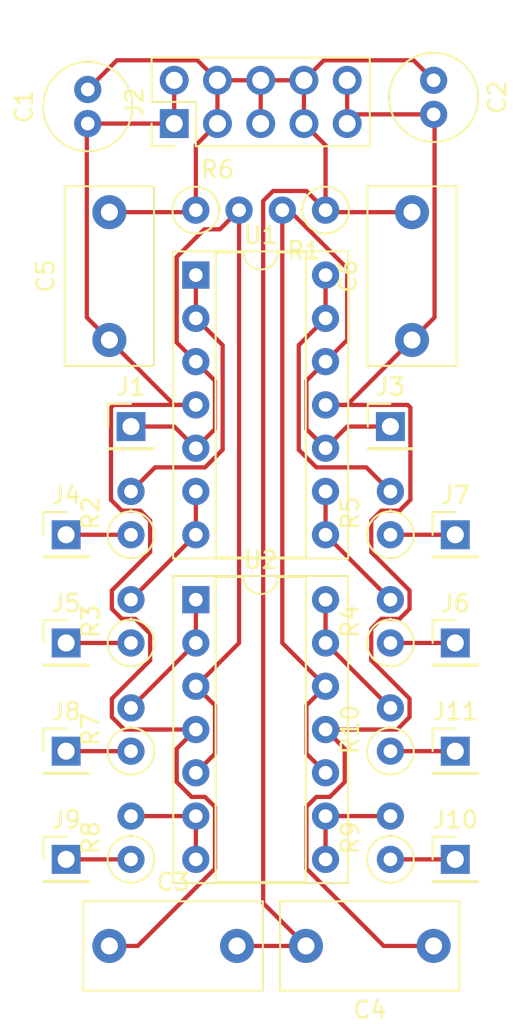
<source format=kicad_pcb>
(kicad_pcb (version 20171130) (host pcbnew "(5.1.8)-1")

  (general
    (thickness 1.6)
    (drawings 4)
    (tracks 150)
    (zones 0)
    (modules 29)
    (nets 22)
  )

  (page A)
  (layers
    (0 F.Cu signal)
    (31 B.Cu signal)
    (32 B.Adhes user)
    (33 F.Adhes user)
    (34 B.Paste user)
    (35 F.Paste user)
    (36 B.SilkS user)
    (37 F.SilkS user)
    (38 B.Mask user)
    (39 F.Mask user)
    (40 Dwgs.User user)
    (41 Cmts.User user)
    (42 Eco1.User user)
    (43 Eco2.User user)
    (44 Edge.Cuts user)
    (45 Margin user)
    (46 B.CrtYd user)
    (47 F.CrtYd user)
    (48 B.Fab user)
    (49 F.Fab user)
  )

  (setup
    (last_trace_width 0.25)
    (trace_clearance 0.2)
    (zone_clearance 0.508)
    (zone_45_only no)
    (trace_min 0.2)
    (via_size 0.8)
    (via_drill 0.4)
    (via_min_size 0.4)
    (via_min_drill 0.3)
    (uvia_size 0.3)
    (uvia_drill 0.1)
    (uvias_allowed no)
    (uvia_min_size 0.2)
    (uvia_min_drill 0.1)
    (edge_width 0.05)
    (segment_width 0.2)
    (pcb_text_width 0.3)
    (pcb_text_size 1.5 1.5)
    (mod_edge_width 0.12)
    (mod_text_size 1 1)
    (mod_text_width 0.15)
    (pad_size 1.524 1.524)
    (pad_drill 0.762)
    (pad_to_mask_clearance 0)
    (aux_axis_origin 0 0)
    (visible_elements 7FFFFFFF)
    (pcbplotparams
      (layerselection 0x010fc_ffffffff)
      (usegerberextensions false)
      (usegerberattributes true)
      (usegerberadvancedattributes true)
      (creategerberjobfile true)
      (excludeedgelayer true)
      (linewidth 0.100000)
      (plotframeref false)
      (viasonmask false)
      (mode 1)
      (useauxorigin false)
      (hpglpennumber 1)
      (hpglpenspeed 20)
      (hpglpendiameter 15.000000)
      (psnegative false)
      (psa4output false)
      (plotreference true)
      (plotvalue true)
      (plotinvisibletext false)
      (padsonsilk false)
      (subtractmaskfromsilk false)
      (outputformat 1)
      (mirror false)
      (drillshape 0)
      (scaleselection 1)
      (outputdirectory ""))
  )

  (net 0 "")
  (net 1 GND)
  (net 2 +12V)
  (net 3 -12V)
  (net 4 "Net-(R2-Pad2)")
  (net 5 "Net-(R3-Pad2)")
  (net 6 "Net-(R4-Pad2)")
  (net 7 "Net-(R5-Pad2)")
  (net 8 "Net-(R7-Pad2)")
  (net 9 "Net-(R8-Pad2)")
  (net 10 "Net-(R9-Pad2)")
  (net 11 "Net-(R10-Pad2)")
  (net 12 "Net-(J1-Pad1)")
  (net 13 "Net-(J3-Pad1)")
  (net 14 "Net-(J4-Pad1)")
  (net 15 "Net-(J5-Pad1)")
  (net 16 "Net-(J6-Pad1)")
  (net 17 "Net-(J7-Pad1)")
  (net 18 "Net-(J8-Pad1)")
  (net 19 "Net-(J9-Pad1)")
  (net 20 "Net-(J10-Pad1)")
  (net 21 "Net-(J11-Pad1)")

  (net_class Default "This is the default net class."
    (clearance 0.2)
    (trace_width 0.25)
    (via_dia 0.8)
    (via_drill 0.4)
    (uvia_dia 0.3)
    (uvia_drill 0.1)
    (add_net +12V)
    (add_net -12V)
    (add_net GND)
    (add_net "Net-(J1-Pad1)")
    (add_net "Net-(J10-Pad1)")
    (add_net "Net-(J11-Pad1)")
    (add_net "Net-(J3-Pad1)")
    (add_net "Net-(J4-Pad1)")
    (add_net "Net-(J5-Pad1)")
    (add_net "Net-(J6-Pad1)")
    (add_net "Net-(J7-Pad1)")
    (add_net "Net-(J8-Pad1)")
    (add_net "Net-(J9-Pad1)")
    (add_net "Net-(R10-Pad2)")
    (add_net "Net-(R2-Pad2)")
    (add_net "Net-(R3-Pad2)")
    (add_net "Net-(R4-Pad2)")
    (add_net "Net-(R5-Pad2)")
    (add_net "Net-(R7-Pad2)")
    (add_net "Net-(R8-Pad2)")
    (add_net "Net-(R9-Pad2)")
  )

  (module Connector_PinHeader_2.54mm:PinHeader_1x01_P2.54mm_Vertical (layer F.Cu) (tedit 59FED5CC) (tstamp 5FAAD28E)
    (at 130.81 64.77)
    (descr "Through hole straight pin header, 1x01, 2.54mm pitch, single row")
    (tags "Through hole pin header THT 1x01 2.54mm single row")
    (path /5FCED4F3)
    (fp_text reference J11 (at 0 -2.33) (layer F.SilkS)
      (effects (font (size 1 1) (thickness 0.15)))
    )
    (fp_text value "Out 2" (at 0 2.33) (layer F.Fab)
      (effects (font (size 1 1) (thickness 0.15)))
    )
    (fp_line (start -0.635 -1.27) (end 1.27 -1.27) (layer F.Fab) (width 0.1))
    (fp_line (start 1.27 -1.27) (end 1.27 1.27) (layer F.Fab) (width 0.1))
    (fp_line (start 1.27 1.27) (end -1.27 1.27) (layer F.Fab) (width 0.1))
    (fp_line (start -1.27 1.27) (end -1.27 -0.635) (layer F.Fab) (width 0.1))
    (fp_line (start -1.27 -0.635) (end -0.635 -1.27) (layer F.Fab) (width 0.1))
    (fp_line (start -1.33 1.33) (end 1.33 1.33) (layer F.SilkS) (width 0.12))
    (fp_line (start -1.33 1.27) (end -1.33 1.33) (layer F.SilkS) (width 0.12))
    (fp_line (start 1.33 1.27) (end 1.33 1.33) (layer F.SilkS) (width 0.12))
    (fp_line (start -1.33 1.27) (end 1.33 1.27) (layer F.SilkS) (width 0.12))
    (fp_line (start -1.33 0) (end -1.33 -1.33) (layer F.SilkS) (width 0.12))
    (fp_line (start -1.33 -1.33) (end 0 -1.33) (layer F.SilkS) (width 0.12))
    (fp_line (start -1.8 -1.8) (end -1.8 1.8) (layer F.CrtYd) (width 0.05))
    (fp_line (start -1.8 1.8) (end 1.8 1.8) (layer F.CrtYd) (width 0.05))
    (fp_line (start 1.8 1.8) (end 1.8 -1.8) (layer F.CrtYd) (width 0.05))
    (fp_line (start 1.8 -1.8) (end -1.8 -1.8) (layer F.CrtYd) (width 0.05))
    (fp_text user %R (at 0 0 90) (layer F.Fab)
      (effects (font (size 1 1) (thickness 0.15)))
    )
    (pad 1 thru_hole rect (at 0 0) (size 1.7 1.7) (drill 1) (layers *.Cu *.Mask)
      (net 21 "Net-(J11-Pad1)"))
    (model ${KISYS3DMOD}/Connector_PinHeader_2.54mm.3dshapes/PinHeader_1x01_P2.54mm_Vertical.wrl
      (at (xyz 0 0 0))
      (scale (xyz 1 1 1))
      (rotate (xyz 0 0 0))
    )
  )

  (module Connector_PinHeader_2.54mm:PinHeader_1x01_P2.54mm_Vertical (layer F.Cu) (tedit 59FED5CC) (tstamp 5FAAD279)
    (at 130.81 71.12)
    (descr "Through hole straight pin header, 1x01, 2.54mm pitch, single row")
    (tags "Through hole pin header THT 1x01 2.54mm single row")
    (path /5FCED122)
    (fp_text reference J10 (at 0 -2.33) (layer F.SilkS)
      (effects (font (size 1 1) (thickness 0.15)))
    )
    (fp_text value "Out 2" (at 0 2.33) (layer F.Fab)
      (effects (font (size 1 1) (thickness 0.15)))
    )
    (fp_line (start -0.635 -1.27) (end 1.27 -1.27) (layer F.Fab) (width 0.1))
    (fp_line (start 1.27 -1.27) (end 1.27 1.27) (layer F.Fab) (width 0.1))
    (fp_line (start 1.27 1.27) (end -1.27 1.27) (layer F.Fab) (width 0.1))
    (fp_line (start -1.27 1.27) (end -1.27 -0.635) (layer F.Fab) (width 0.1))
    (fp_line (start -1.27 -0.635) (end -0.635 -1.27) (layer F.Fab) (width 0.1))
    (fp_line (start -1.33 1.33) (end 1.33 1.33) (layer F.SilkS) (width 0.12))
    (fp_line (start -1.33 1.27) (end -1.33 1.33) (layer F.SilkS) (width 0.12))
    (fp_line (start 1.33 1.27) (end 1.33 1.33) (layer F.SilkS) (width 0.12))
    (fp_line (start -1.33 1.27) (end 1.33 1.27) (layer F.SilkS) (width 0.12))
    (fp_line (start -1.33 0) (end -1.33 -1.33) (layer F.SilkS) (width 0.12))
    (fp_line (start -1.33 -1.33) (end 0 -1.33) (layer F.SilkS) (width 0.12))
    (fp_line (start -1.8 -1.8) (end -1.8 1.8) (layer F.CrtYd) (width 0.05))
    (fp_line (start -1.8 1.8) (end 1.8 1.8) (layer F.CrtYd) (width 0.05))
    (fp_line (start 1.8 1.8) (end 1.8 -1.8) (layer F.CrtYd) (width 0.05))
    (fp_line (start 1.8 -1.8) (end -1.8 -1.8) (layer F.CrtYd) (width 0.05))
    (fp_text user %R (at 0 0 90) (layer F.Fab)
      (effects (font (size 1 1) (thickness 0.15)))
    )
    (pad 1 thru_hole rect (at 0 0) (size 1.7 1.7) (drill 1) (layers *.Cu *.Mask)
      (net 20 "Net-(J10-Pad1)"))
    (model ${KISYS3DMOD}/Connector_PinHeader_2.54mm.3dshapes/PinHeader_1x01_P2.54mm_Vertical.wrl
      (at (xyz 0 0 0))
      (scale (xyz 1 1 1))
      (rotate (xyz 0 0 0))
    )
  )

  (module Connector_PinHeader_2.54mm:PinHeader_1x01_P2.54mm_Vertical (layer F.Cu) (tedit 59FED5CC) (tstamp 5FAAD264)
    (at 107.95 71.12)
    (descr "Through hole straight pin header, 1x01, 2.54mm pitch, single row")
    (tags "Through hole pin header THT 1x01 2.54mm single row")
    (path /5FCECD20)
    (fp_text reference J9 (at 0 -2.33) (layer F.SilkS)
      (effects (font (size 1 1) (thickness 0.15)))
    )
    (fp_text value "Out 1" (at 0 2.33) (layer F.Fab)
      (effects (font (size 1 1) (thickness 0.15)))
    )
    (fp_line (start -0.635 -1.27) (end 1.27 -1.27) (layer F.Fab) (width 0.1))
    (fp_line (start 1.27 -1.27) (end 1.27 1.27) (layer F.Fab) (width 0.1))
    (fp_line (start 1.27 1.27) (end -1.27 1.27) (layer F.Fab) (width 0.1))
    (fp_line (start -1.27 1.27) (end -1.27 -0.635) (layer F.Fab) (width 0.1))
    (fp_line (start -1.27 -0.635) (end -0.635 -1.27) (layer F.Fab) (width 0.1))
    (fp_line (start -1.33 1.33) (end 1.33 1.33) (layer F.SilkS) (width 0.12))
    (fp_line (start -1.33 1.27) (end -1.33 1.33) (layer F.SilkS) (width 0.12))
    (fp_line (start 1.33 1.27) (end 1.33 1.33) (layer F.SilkS) (width 0.12))
    (fp_line (start -1.33 1.27) (end 1.33 1.27) (layer F.SilkS) (width 0.12))
    (fp_line (start -1.33 0) (end -1.33 -1.33) (layer F.SilkS) (width 0.12))
    (fp_line (start -1.33 -1.33) (end 0 -1.33) (layer F.SilkS) (width 0.12))
    (fp_line (start -1.8 -1.8) (end -1.8 1.8) (layer F.CrtYd) (width 0.05))
    (fp_line (start -1.8 1.8) (end 1.8 1.8) (layer F.CrtYd) (width 0.05))
    (fp_line (start 1.8 1.8) (end 1.8 -1.8) (layer F.CrtYd) (width 0.05))
    (fp_line (start 1.8 -1.8) (end -1.8 -1.8) (layer F.CrtYd) (width 0.05))
    (fp_text user %R (at 0 0 90) (layer F.Fab)
      (effects (font (size 1 1) (thickness 0.15)))
    )
    (pad 1 thru_hole rect (at 0 0) (size 1.7 1.7) (drill 1) (layers *.Cu *.Mask)
      (net 19 "Net-(J9-Pad1)"))
    (model ${KISYS3DMOD}/Connector_PinHeader_2.54mm.3dshapes/PinHeader_1x01_P2.54mm_Vertical.wrl
      (at (xyz 0 0 0))
      (scale (xyz 1 1 1))
      (rotate (xyz 0 0 0))
    )
  )

  (module Connector_PinHeader_2.54mm:PinHeader_1x01_P2.54mm_Vertical (layer F.Cu) (tedit 59FED5CC) (tstamp 5FAAD24F)
    (at 107.95 64.77)
    (descr "Through hole straight pin header, 1x01, 2.54mm pitch, single row")
    (tags "Through hole pin header THT 1x01 2.54mm single row")
    (path /5FCEBCB4)
    (fp_text reference J8 (at 0 -2.33) (layer F.SilkS)
      (effects (font (size 1 1) (thickness 0.15)))
    )
    (fp_text value "Out 1" (at 0 2.33) (layer F.Fab)
      (effects (font (size 1 1) (thickness 0.15)))
    )
    (fp_line (start -0.635 -1.27) (end 1.27 -1.27) (layer F.Fab) (width 0.1))
    (fp_line (start 1.27 -1.27) (end 1.27 1.27) (layer F.Fab) (width 0.1))
    (fp_line (start 1.27 1.27) (end -1.27 1.27) (layer F.Fab) (width 0.1))
    (fp_line (start -1.27 1.27) (end -1.27 -0.635) (layer F.Fab) (width 0.1))
    (fp_line (start -1.27 -0.635) (end -0.635 -1.27) (layer F.Fab) (width 0.1))
    (fp_line (start -1.33 1.33) (end 1.33 1.33) (layer F.SilkS) (width 0.12))
    (fp_line (start -1.33 1.27) (end -1.33 1.33) (layer F.SilkS) (width 0.12))
    (fp_line (start 1.33 1.27) (end 1.33 1.33) (layer F.SilkS) (width 0.12))
    (fp_line (start -1.33 1.27) (end 1.33 1.27) (layer F.SilkS) (width 0.12))
    (fp_line (start -1.33 0) (end -1.33 -1.33) (layer F.SilkS) (width 0.12))
    (fp_line (start -1.33 -1.33) (end 0 -1.33) (layer F.SilkS) (width 0.12))
    (fp_line (start -1.8 -1.8) (end -1.8 1.8) (layer F.CrtYd) (width 0.05))
    (fp_line (start -1.8 1.8) (end 1.8 1.8) (layer F.CrtYd) (width 0.05))
    (fp_line (start 1.8 1.8) (end 1.8 -1.8) (layer F.CrtYd) (width 0.05))
    (fp_line (start 1.8 -1.8) (end -1.8 -1.8) (layer F.CrtYd) (width 0.05))
    (fp_text user %R (at 0 0 90) (layer F.Fab)
      (effects (font (size 1 1) (thickness 0.15)))
    )
    (pad 1 thru_hole rect (at 0 0) (size 1.7 1.7) (drill 1) (layers *.Cu *.Mask)
      (net 18 "Net-(J8-Pad1)"))
    (model ${KISYS3DMOD}/Connector_PinHeader_2.54mm.3dshapes/PinHeader_1x01_P2.54mm_Vertical.wrl
      (at (xyz 0 0 0))
      (scale (xyz 1 1 1))
      (rotate (xyz 0 0 0))
    )
  )

  (module Connector_PinHeader_2.54mm:PinHeader_1x01_P2.54mm_Vertical (layer F.Cu) (tedit 59FED5CC) (tstamp 5FAAD23A)
    (at 130.81 52.07)
    (descr "Through hole straight pin header, 1x01, 2.54mm pitch, single row")
    (tags "Through hole pin header THT 1x01 2.54mm single row")
    (path /5FCEDAB0)
    (fp_text reference J7 (at 0 -2.33) (layer F.SilkS)
      (effects (font (size 1 1) (thickness 0.15)))
    )
    (fp_text value "Out 2" (at 0 2.33) (layer F.Fab)
      (effects (font (size 1 1) (thickness 0.15)))
    )
    (fp_line (start -0.635 -1.27) (end 1.27 -1.27) (layer F.Fab) (width 0.1))
    (fp_line (start 1.27 -1.27) (end 1.27 1.27) (layer F.Fab) (width 0.1))
    (fp_line (start 1.27 1.27) (end -1.27 1.27) (layer F.Fab) (width 0.1))
    (fp_line (start -1.27 1.27) (end -1.27 -0.635) (layer F.Fab) (width 0.1))
    (fp_line (start -1.27 -0.635) (end -0.635 -1.27) (layer F.Fab) (width 0.1))
    (fp_line (start -1.33 1.33) (end 1.33 1.33) (layer F.SilkS) (width 0.12))
    (fp_line (start -1.33 1.27) (end -1.33 1.33) (layer F.SilkS) (width 0.12))
    (fp_line (start 1.33 1.27) (end 1.33 1.33) (layer F.SilkS) (width 0.12))
    (fp_line (start -1.33 1.27) (end 1.33 1.27) (layer F.SilkS) (width 0.12))
    (fp_line (start -1.33 0) (end -1.33 -1.33) (layer F.SilkS) (width 0.12))
    (fp_line (start -1.33 -1.33) (end 0 -1.33) (layer F.SilkS) (width 0.12))
    (fp_line (start -1.8 -1.8) (end -1.8 1.8) (layer F.CrtYd) (width 0.05))
    (fp_line (start -1.8 1.8) (end 1.8 1.8) (layer F.CrtYd) (width 0.05))
    (fp_line (start 1.8 1.8) (end 1.8 -1.8) (layer F.CrtYd) (width 0.05))
    (fp_line (start 1.8 -1.8) (end -1.8 -1.8) (layer F.CrtYd) (width 0.05))
    (fp_text user %R (at 0 0 90) (layer F.Fab)
      (effects (font (size 1 1) (thickness 0.15)))
    )
    (pad 1 thru_hole rect (at 0 0) (size 1.7 1.7) (drill 1) (layers *.Cu *.Mask)
      (net 17 "Net-(J7-Pad1)"))
    (model ${KISYS3DMOD}/Connector_PinHeader_2.54mm.3dshapes/PinHeader_1x01_P2.54mm_Vertical.wrl
      (at (xyz 0 0 0))
      (scale (xyz 1 1 1))
      (rotate (xyz 0 0 0))
    )
  )

  (module Connector_PinHeader_2.54mm:PinHeader_1x01_P2.54mm_Vertical (layer F.Cu) (tedit 59FED5CC) (tstamp 5FAAD225)
    (at 130.81 58.42)
    (descr "Through hole straight pin header, 1x01, 2.54mm pitch, single row")
    (tags "Through hole pin header THT 1x01 2.54mm single row")
    (path /5FCEE264)
    (fp_text reference J6 (at 0 -2.33) (layer F.SilkS)
      (effects (font (size 1 1) (thickness 0.15)))
    )
    (fp_text value "Out 2" (at 0 2.33) (layer F.Fab)
      (effects (font (size 1 1) (thickness 0.15)))
    )
    (fp_line (start -0.635 -1.27) (end 1.27 -1.27) (layer F.Fab) (width 0.1))
    (fp_line (start 1.27 -1.27) (end 1.27 1.27) (layer F.Fab) (width 0.1))
    (fp_line (start 1.27 1.27) (end -1.27 1.27) (layer F.Fab) (width 0.1))
    (fp_line (start -1.27 1.27) (end -1.27 -0.635) (layer F.Fab) (width 0.1))
    (fp_line (start -1.27 -0.635) (end -0.635 -1.27) (layer F.Fab) (width 0.1))
    (fp_line (start -1.33 1.33) (end 1.33 1.33) (layer F.SilkS) (width 0.12))
    (fp_line (start -1.33 1.27) (end -1.33 1.33) (layer F.SilkS) (width 0.12))
    (fp_line (start 1.33 1.27) (end 1.33 1.33) (layer F.SilkS) (width 0.12))
    (fp_line (start -1.33 1.27) (end 1.33 1.27) (layer F.SilkS) (width 0.12))
    (fp_line (start -1.33 0) (end -1.33 -1.33) (layer F.SilkS) (width 0.12))
    (fp_line (start -1.33 -1.33) (end 0 -1.33) (layer F.SilkS) (width 0.12))
    (fp_line (start -1.8 -1.8) (end -1.8 1.8) (layer F.CrtYd) (width 0.05))
    (fp_line (start -1.8 1.8) (end 1.8 1.8) (layer F.CrtYd) (width 0.05))
    (fp_line (start 1.8 1.8) (end 1.8 -1.8) (layer F.CrtYd) (width 0.05))
    (fp_line (start 1.8 -1.8) (end -1.8 -1.8) (layer F.CrtYd) (width 0.05))
    (fp_text user %R (at 0 0 90) (layer F.Fab)
      (effects (font (size 1 1) (thickness 0.15)))
    )
    (pad 1 thru_hole rect (at 0 0) (size 1.7 1.7) (drill 1) (layers *.Cu *.Mask)
      (net 16 "Net-(J6-Pad1)"))
    (model ${KISYS3DMOD}/Connector_PinHeader_2.54mm.3dshapes/PinHeader_1x01_P2.54mm_Vertical.wrl
      (at (xyz 0 0 0))
      (scale (xyz 1 1 1))
      (rotate (xyz 0 0 0))
    )
  )

  (module Connector_PinHeader_2.54mm:PinHeader_1x01_P2.54mm_Vertical (layer F.Cu) (tedit 59FED5CC) (tstamp 5FAAD210)
    (at 107.95 58.42)
    (descr "Through hole straight pin header, 1x01, 2.54mm pitch, single row")
    (tags "Through hole pin header THT 1x01 2.54mm single row")
    (path /5FCEE6AA)
    (fp_text reference J5 (at 0 -2.33) (layer F.SilkS)
      (effects (font (size 1 1) (thickness 0.15)))
    )
    (fp_text value "Out 1" (at 0 2.33) (layer F.Fab)
      (effects (font (size 1 1) (thickness 0.15)))
    )
    (fp_line (start -0.635 -1.27) (end 1.27 -1.27) (layer F.Fab) (width 0.1))
    (fp_line (start 1.27 -1.27) (end 1.27 1.27) (layer F.Fab) (width 0.1))
    (fp_line (start 1.27 1.27) (end -1.27 1.27) (layer F.Fab) (width 0.1))
    (fp_line (start -1.27 1.27) (end -1.27 -0.635) (layer F.Fab) (width 0.1))
    (fp_line (start -1.27 -0.635) (end -0.635 -1.27) (layer F.Fab) (width 0.1))
    (fp_line (start -1.33 1.33) (end 1.33 1.33) (layer F.SilkS) (width 0.12))
    (fp_line (start -1.33 1.27) (end -1.33 1.33) (layer F.SilkS) (width 0.12))
    (fp_line (start 1.33 1.27) (end 1.33 1.33) (layer F.SilkS) (width 0.12))
    (fp_line (start -1.33 1.27) (end 1.33 1.27) (layer F.SilkS) (width 0.12))
    (fp_line (start -1.33 0) (end -1.33 -1.33) (layer F.SilkS) (width 0.12))
    (fp_line (start -1.33 -1.33) (end 0 -1.33) (layer F.SilkS) (width 0.12))
    (fp_line (start -1.8 -1.8) (end -1.8 1.8) (layer F.CrtYd) (width 0.05))
    (fp_line (start -1.8 1.8) (end 1.8 1.8) (layer F.CrtYd) (width 0.05))
    (fp_line (start 1.8 1.8) (end 1.8 -1.8) (layer F.CrtYd) (width 0.05))
    (fp_line (start 1.8 -1.8) (end -1.8 -1.8) (layer F.CrtYd) (width 0.05))
    (fp_text user %R (at 0 0 90) (layer F.Fab)
      (effects (font (size 1 1) (thickness 0.15)))
    )
    (pad 1 thru_hole rect (at 0 0) (size 1.7 1.7) (drill 1) (layers *.Cu *.Mask)
      (net 15 "Net-(J5-Pad1)"))
    (model ${KISYS3DMOD}/Connector_PinHeader_2.54mm.3dshapes/PinHeader_1x01_P2.54mm_Vertical.wrl
      (at (xyz 0 0 0))
      (scale (xyz 1 1 1))
      (rotate (xyz 0 0 0))
    )
  )

  (module Connector_PinHeader_2.54mm:PinHeader_1x01_P2.54mm_Vertical (layer F.Cu) (tedit 59FED5CC) (tstamp 5FAAD1FB)
    (at 107.95 52.07)
    (descr "Through hole straight pin header, 1x01, 2.54mm pitch, single row")
    (tags "Through hole pin header THT 1x01 2.54mm single row")
    (path /5FCEEA2F)
    (fp_text reference J4 (at 0 -2.33) (layer F.SilkS)
      (effects (font (size 1 1) (thickness 0.15)))
    )
    (fp_text value "Out 1" (at 0 2.33) (layer F.Fab)
      (effects (font (size 1 1) (thickness 0.15)))
    )
    (fp_line (start -0.635 -1.27) (end 1.27 -1.27) (layer F.Fab) (width 0.1))
    (fp_line (start 1.27 -1.27) (end 1.27 1.27) (layer F.Fab) (width 0.1))
    (fp_line (start 1.27 1.27) (end -1.27 1.27) (layer F.Fab) (width 0.1))
    (fp_line (start -1.27 1.27) (end -1.27 -0.635) (layer F.Fab) (width 0.1))
    (fp_line (start -1.27 -0.635) (end -0.635 -1.27) (layer F.Fab) (width 0.1))
    (fp_line (start -1.33 1.33) (end 1.33 1.33) (layer F.SilkS) (width 0.12))
    (fp_line (start -1.33 1.27) (end -1.33 1.33) (layer F.SilkS) (width 0.12))
    (fp_line (start 1.33 1.27) (end 1.33 1.33) (layer F.SilkS) (width 0.12))
    (fp_line (start -1.33 1.27) (end 1.33 1.27) (layer F.SilkS) (width 0.12))
    (fp_line (start -1.33 0) (end -1.33 -1.33) (layer F.SilkS) (width 0.12))
    (fp_line (start -1.33 -1.33) (end 0 -1.33) (layer F.SilkS) (width 0.12))
    (fp_line (start -1.8 -1.8) (end -1.8 1.8) (layer F.CrtYd) (width 0.05))
    (fp_line (start -1.8 1.8) (end 1.8 1.8) (layer F.CrtYd) (width 0.05))
    (fp_line (start 1.8 1.8) (end 1.8 -1.8) (layer F.CrtYd) (width 0.05))
    (fp_line (start 1.8 -1.8) (end -1.8 -1.8) (layer F.CrtYd) (width 0.05))
    (fp_text user %R (at 0 0 90) (layer F.Fab)
      (effects (font (size 1 1) (thickness 0.15)))
    )
    (pad 1 thru_hole rect (at 0 0) (size 1.7 1.7) (drill 1) (layers *.Cu *.Mask)
      (net 14 "Net-(J4-Pad1)"))
    (model ${KISYS3DMOD}/Connector_PinHeader_2.54mm.3dshapes/PinHeader_1x01_P2.54mm_Vertical.wrl
      (at (xyz 0 0 0))
      (scale (xyz 1 1 1))
      (rotate (xyz 0 0 0))
    )
  )

  (module Connector_PinHeader_2.54mm:PinHeader_1x01_P2.54mm_Vertical (layer F.Cu) (tedit 59FED5CC) (tstamp 5FAAD1E6)
    (at 127 45.72)
    (descr "Through hole straight pin header, 1x01, 2.54mm pitch, single row")
    (tags "Through hole pin header THT 1x01 2.54mm single row")
    (path /5FCEF906)
    (fp_text reference J3 (at 0 -2.33) (layer F.SilkS)
      (effects (font (size 1 1) (thickness 0.15)))
    )
    (fp_text value "Input 2" (at 0 2.33) (layer F.Fab)
      (effects (font (size 1 1) (thickness 0.15)))
    )
    (fp_line (start -0.635 -1.27) (end 1.27 -1.27) (layer F.Fab) (width 0.1))
    (fp_line (start 1.27 -1.27) (end 1.27 1.27) (layer F.Fab) (width 0.1))
    (fp_line (start 1.27 1.27) (end -1.27 1.27) (layer F.Fab) (width 0.1))
    (fp_line (start -1.27 1.27) (end -1.27 -0.635) (layer F.Fab) (width 0.1))
    (fp_line (start -1.27 -0.635) (end -0.635 -1.27) (layer F.Fab) (width 0.1))
    (fp_line (start -1.33 1.33) (end 1.33 1.33) (layer F.SilkS) (width 0.12))
    (fp_line (start -1.33 1.27) (end -1.33 1.33) (layer F.SilkS) (width 0.12))
    (fp_line (start 1.33 1.27) (end 1.33 1.33) (layer F.SilkS) (width 0.12))
    (fp_line (start -1.33 1.27) (end 1.33 1.27) (layer F.SilkS) (width 0.12))
    (fp_line (start -1.33 0) (end -1.33 -1.33) (layer F.SilkS) (width 0.12))
    (fp_line (start -1.33 -1.33) (end 0 -1.33) (layer F.SilkS) (width 0.12))
    (fp_line (start -1.8 -1.8) (end -1.8 1.8) (layer F.CrtYd) (width 0.05))
    (fp_line (start -1.8 1.8) (end 1.8 1.8) (layer F.CrtYd) (width 0.05))
    (fp_line (start 1.8 1.8) (end 1.8 -1.8) (layer F.CrtYd) (width 0.05))
    (fp_line (start 1.8 -1.8) (end -1.8 -1.8) (layer F.CrtYd) (width 0.05))
    (fp_text user %R (at 0 0 90) (layer F.Fab)
      (effects (font (size 1 1) (thickness 0.15)))
    )
    (pad 1 thru_hole rect (at 0 0) (size 1.7 1.7) (drill 1) (layers *.Cu *.Mask)
      (net 13 "Net-(J3-Pad1)"))
    (model ${KISYS3DMOD}/Connector_PinHeader_2.54mm.3dshapes/PinHeader_1x01_P2.54mm_Vertical.wrl
      (at (xyz 0 0 0))
      (scale (xyz 1 1 1))
      (rotate (xyz 0 0 0))
    )
  )

  (module Connector_PinHeader_2.54mm:PinHeader_1x01_P2.54mm_Vertical (layer F.Cu) (tedit 59FED5CC) (tstamp 5FAAD193)
    (at 111.76 45.72)
    (descr "Through hole straight pin header, 1x01, 2.54mm pitch, single row")
    (tags "Through hole pin header THT 1x01 2.54mm single row")
    (path /5FCEEE2F)
    (fp_text reference J1 (at 0 -2.33) (layer F.SilkS)
      (effects (font (size 1 1) (thickness 0.15)))
    )
    (fp_text value "Input 1" (at 0 2.33) (layer F.Fab)
      (effects (font (size 1 1) (thickness 0.15)))
    )
    (fp_line (start -0.635 -1.27) (end 1.27 -1.27) (layer F.Fab) (width 0.1))
    (fp_line (start 1.27 -1.27) (end 1.27 1.27) (layer F.Fab) (width 0.1))
    (fp_line (start 1.27 1.27) (end -1.27 1.27) (layer F.Fab) (width 0.1))
    (fp_line (start -1.27 1.27) (end -1.27 -0.635) (layer F.Fab) (width 0.1))
    (fp_line (start -1.27 -0.635) (end -0.635 -1.27) (layer F.Fab) (width 0.1))
    (fp_line (start -1.33 1.33) (end 1.33 1.33) (layer F.SilkS) (width 0.12))
    (fp_line (start -1.33 1.27) (end -1.33 1.33) (layer F.SilkS) (width 0.12))
    (fp_line (start 1.33 1.27) (end 1.33 1.33) (layer F.SilkS) (width 0.12))
    (fp_line (start -1.33 1.27) (end 1.33 1.27) (layer F.SilkS) (width 0.12))
    (fp_line (start -1.33 0) (end -1.33 -1.33) (layer F.SilkS) (width 0.12))
    (fp_line (start -1.33 -1.33) (end 0 -1.33) (layer F.SilkS) (width 0.12))
    (fp_line (start -1.8 -1.8) (end -1.8 1.8) (layer F.CrtYd) (width 0.05))
    (fp_line (start -1.8 1.8) (end 1.8 1.8) (layer F.CrtYd) (width 0.05))
    (fp_line (start 1.8 1.8) (end 1.8 -1.8) (layer F.CrtYd) (width 0.05))
    (fp_line (start 1.8 -1.8) (end -1.8 -1.8) (layer F.CrtYd) (width 0.05))
    (fp_text user %R (at 0 0 90) (layer F.Fab)
      (effects (font (size 1 1) (thickness 0.15)))
    )
    (pad 1 thru_hole rect (at 0 0) (size 1.7 1.7) (drill 1) (layers *.Cu *.Mask)
      (net 12 "Net-(J1-Pad1)"))
    (model ${KISYS3DMOD}/Connector_PinHeader_2.54mm.3dshapes/PinHeader_1x01_P2.54mm_Vertical.wrl
      (at (xyz 0 0 0))
      (scale (xyz 1 1 1))
      (rotate (xyz 0 0 0))
    )
  )

  (module Resistor_THT:R_Axial_DIN0207_L6.3mm_D2.5mm_P2.54mm_Vertical (layer F.Cu) (tedit 5AE5139B) (tstamp 5FAAC0EA)
    (at 127 64.77 90)
    (descr "Resistor, Axial_DIN0207 series, Axial, Vertical, pin pitch=2.54mm, 0.25W = 1/4W, length*diameter=6.3*2.5mm^2, http://cdn-reichelt.de/documents/datenblatt/B400/1_4W%23YAG.pdf")
    (tags "Resistor Axial_DIN0207 series Axial Vertical pin pitch 2.54mm 0.25W = 1/4W length 6.3mm diameter 2.5mm")
    (path /5FAD09F4)
    (fp_text reference R10 (at 1.27 -2.37 90) (layer F.SilkS)
      (effects (font (size 1 1) (thickness 0.15)))
    )
    (fp_text value 100R (at 1.27 2.37 90) (layer F.Fab)
      (effects (font (size 1 1) (thickness 0.15)))
    )
    (fp_circle (center 0 0) (end 1.25 0) (layer F.Fab) (width 0.1))
    (fp_circle (center 0 0) (end 1.37 0) (layer F.SilkS) (width 0.12))
    (fp_line (start 0 0) (end 2.54 0) (layer F.Fab) (width 0.1))
    (fp_line (start 1.37 0) (end 1.44 0) (layer F.SilkS) (width 0.12))
    (fp_line (start -1.5 -1.5) (end -1.5 1.5) (layer F.CrtYd) (width 0.05))
    (fp_line (start -1.5 1.5) (end 3.59 1.5) (layer F.CrtYd) (width 0.05))
    (fp_line (start 3.59 1.5) (end 3.59 -1.5) (layer F.CrtYd) (width 0.05))
    (fp_line (start 3.59 -1.5) (end -1.5 -1.5) (layer F.CrtYd) (width 0.05))
    (fp_text user %R (at 1.27 -2.37 90) (layer F.Fab)
      (effects (font (size 1 1) (thickness 0.15)))
    )
    (pad 2 thru_hole oval (at 2.54 0 90) (size 1.6 1.6) (drill 0.8) (layers *.Cu *.Mask)
      (net 11 "Net-(R10-Pad2)"))
    (pad 1 thru_hole circle (at 0 0 90) (size 1.6 1.6) (drill 0.8) (layers *.Cu *.Mask)
      (net 21 "Net-(J11-Pad1)"))
    (model ${KISYS3DMOD}/Resistor_THT.3dshapes/R_Axial_DIN0207_L6.3mm_D2.5mm_P2.54mm_Vertical.wrl
      (at (xyz 0 0 0))
      (scale (xyz 1 1 1))
      (rotate (xyz 0 0 0))
    )
  )

  (module Resistor_THT:R_Axial_DIN0207_L6.3mm_D2.5mm_P2.54mm_Vertical (layer F.Cu) (tedit 5AE5139B) (tstamp 5FAAC0D3)
    (at 127 71.12 90)
    (descr "Resistor, Axial_DIN0207 series, Axial, Vertical, pin pitch=2.54mm, 0.25W = 1/4W, length*diameter=6.3*2.5mm^2, http://cdn-reichelt.de/documents/datenblatt/B400/1_4W%23YAG.pdf")
    (tags "Resistor Axial_DIN0207 series Axial Vertical pin pitch 2.54mm 0.25W = 1/4W length 6.3mm diameter 2.5mm")
    (path /5FAD09EE)
    (fp_text reference R9 (at 1.27 -2.37 90) (layer F.SilkS)
      (effects (font (size 1 1) (thickness 0.15)))
    )
    (fp_text value 100R (at 1.27 2.37 90) (layer F.Fab)
      (effects (font (size 1 1) (thickness 0.15)))
    )
    (fp_circle (center 0 0) (end 1.25 0) (layer F.Fab) (width 0.1))
    (fp_circle (center 0 0) (end 1.37 0) (layer F.SilkS) (width 0.12))
    (fp_line (start 0 0) (end 2.54 0) (layer F.Fab) (width 0.1))
    (fp_line (start 1.37 0) (end 1.44 0) (layer F.SilkS) (width 0.12))
    (fp_line (start -1.5 -1.5) (end -1.5 1.5) (layer F.CrtYd) (width 0.05))
    (fp_line (start -1.5 1.5) (end 3.59 1.5) (layer F.CrtYd) (width 0.05))
    (fp_line (start 3.59 1.5) (end 3.59 -1.5) (layer F.CrtYd) (width 0.05))
    (fp_line (start 3.59 -1.5) (end -1.5 -1.5) (layer F.CrtYd) (width 0.05))
    (fp_text user %R (at 1.27 -2.37 90) (layer F.Fab)
      (effects (font (size 1 1) (thickness 0.15)))
    )
    (pad 2 thru_hole oval (at 2.54 0 90) (size 1.6 1.6) (drill 0.8) (layers *.Cu *.Mask)
      (net 10 "Net-(R9-Pad2)"))
    (pad 1 thru_hole circle (at 0 0 90) (size 1.6 1.6) (drill 0.8) (layers *.Cu *.Mask)
      (net 20 "Net-(J10-Pad1)"))
    (model ${KISYS3DMOD}/Resistor_THT.3dshapes/R_Axial_DIN0207_L6.3mm_D2.5mm_P2.54mm_Vertical.wrl
      (at (xyz 0 0 0))
      (scale (xyz 1 1 1))
      (rotate (xyz 0 0 0))
    )
  )

  (module Resistor_THT:R_Axial_DIN0207_L6.3mm_D2.5mm_P2.54mm_Vertical (layer F.Cu) (tedit 5AE5139B) (tstamp 5FAAC0BC)
    (at 111.76 71.12 90)
    (descr "Resistor, Axial_DIN0207 series, Axial, Vertical, pin pitch=2.54mm, 0.25W = 1/4W, length*diameter=6.3*2.5mm^2, http://cdn-reichelt.de/documents/datenblatt/B400/1_4W%23YAG.pdf")
    (tags "Resistor Axial_DIN0207 series Axial Vertical pin pitch 2.54mm 0.25W = 1/4W length 6.3mm diameter 2.5mm")
    (path /5FAD09E8)
    (fp_text reference R8 (at 1.27 -2.37 90) (layer F.SilkS)
      (effects (font (size 1 1) (thickness 0.15)))
    )
    (fp_text value 100R (at 1.27 2.37 90) (layer F.Fab)
      (effects (font (size 1 1) (thickness 0.15)))
    )
    (fp_circle (center 0 0) (end 1.25 0) (layer F.Fab) (width 0.1))
    (fp_circle (center 0 0) (end 1.37 0) (layer F.SilkS) (width 0.12))
    (fp_line (start 0 0) (end 2.54 0) (layer F.Fab) (width 0.1))
    (fp_line (start 1.37 0) (end 1.44 0) (layer F.SilkS) (width 0.12))
    (fp_line (start -1.5 -1.5) (end -1.5 1.5) (layer F.CrtYd) (width 0.05))
    (fp_line (start -1.5 1.5) (end 3.59 1.5) (layer F.CrtYd) (width 0.05))
    (fp_line (start 3.59 1.5) (end 3.59 -1.5) (layer F.CrtYd) (width 0.05))
    (fp_line (start 3.59 -1.5) (end -1.5 -1.5) (layer F.CrtYd) (width 0.05))
    (fp_text user %R (at 1.27 -2.37 90) (layer F.Fab)
      (effects (font (size 1 1) (thickness 0.15)))
    )
    (pad 2 thru_hole oval (at 2.54 0 90) (size 1.6 1.6) (drill 0.8) (layers *.Cu *.Mask)
      (net 9 "Net-(R8-Pad2)"))
    (pad 1 thru_hole circle (at 0 0 90) (size 1.6 1.6) (drill 0.8) (layers *.Cu *.Mask)
      (net 19 "Net-(J9-Pad1)"))
    (model ${KISYS3DMOD}/Resistor_THT.3dshapes/R_Axial_DIN0207_L6.3mm_D2.5mm_P2.54mm_Vertical.wrl
      (at (xyz 0 0 0))
      (scale (xyz 1 1 1))
      (rotate (xyz 0 0 0))
    )
  )

  (module Resistor_THT:R_Axial_DIN0207_L6.3mm_D2.5mm_P2.54mm_Vertical (layer F.Cu) (tedit 5AE5139B) (tstamp 5FAAC0A5)
    (at 111.76 64.77 90)
    (descr "Resistor, Axial_DIN0207 series, Axial, Vertical, pin pitch=2.54mm, 0.25W = 1/4W, length*diameter=6.3*2.5mm^2, http://cdn-reichelt.de/documents/datenblatt/B400/1_4W%23YAG.pdf")
    (tags "Resistor Axial_DIN0207 series Axial Vertical pin pitch 2.54mm 0.25W = 1/4W length 6.3mm diameter 2.5mm")
    (path /5FAD09E2)
    (fp_text reference R7 (at 1.27 -2.37 90) (layer F.SilkS)
      (effects (font (size 1 1) (thickness 0.15)))
    )
    (fp_text value 100R (at 1.27 2.37 90) (layer F.Fab)
      (effects (font (size 1 1) (thickness 0.15)))
    )
    (fp_circle (center 0 0) (end 1.25 0) (layer F.Fab) (width 0.1))
    (fp_circle (center 0 0) (end 1.37 0) (layer F.SilkS) (width 0.12))
    (fp_line (start 0 0) (end 2.54 0) (layer F.Fab) (width 0.1))
    (fp_line (start 1.37 0) (end 1.44 0) (layer F.SilkS) (width 0.12))
    (fp_line (start -1.5 -1.5) (end -1.5 1.5) (layer F.CrtYd) (width 0.05))
    (fp_line (start -1.5 1.5) (end 3.59 1.5) (layer F.CrtYd) (width 0.05))
    (fp_line (start 3.59 1.5) (end 3.59 -1.5) (layer F.CrtYd) (width 0.05))
    (fp_line (start 3.59 -1.5) (end -1.5 -1.5) (layer F.CrtYd) (width 0.05))
    (fp_text user %R (at 1.27 -2.37 90) (layer F.Fab)
      (effects (font (size 1 1) (thickness 0.15)))
    )
    (pad 2 thru_hole oval (at 2.54 0 90) (size 1.6 1.6) (drill 0.8) (layers *.Cu *.Mask)
      (net 8 "Net-(R7-Pad2)"))
    (pad 1 thru_hole circle (at 0 0 90) (size 1.6 1.6) (drill 0.8) (layers *.Cu *.Mask)
      (net 18 "Net-(J8-Pad1)"))
    (model ${KISYS3DMOD}/Resistor_THT.3dshapes/R_Axial_DIN0207_L6.3mm_D2.5mm_P2.54mm_Vertical.wrl
      (at (xyz 0 0 0))
      (scale (xyz 1 1 1))
      (rotate (xyz 0 0 0))
    )
  )

  (module Resistor_THT:R_Axial_DIN0207_L6.3mm_D2.5mm_P2.54mm_Vertical (layer F.Cu) (tedit 5AE5139B) (tstamp 5FAAC08E)
    (at 115.57 33.02)
    (descr "Resistor, Axial_DIN0207 series, Axial, Vertical, pin pitch=2.54mm, 0.25W = 1/4W, length*diameter=6.3*2.5mm^2, http://cdn-reichelt.de/documents/datenblatt/B400/1_4W%23YAG.pdf")
    (tags "Resistor Axial_DIN0207 series Axial Vertical pin pitch 2.54mm 0.25W = 1/4W length 6.3mm diameter 2.5mm")
    (path /5FAD0A07)
    (fp_text reference R6 (at 1.27 -2.37) (layer F.SilkS)
      (effects (font (size 1 1) (thickness 0.15)))
    )
    (fp_text value 10M (at 1.27 2.37) (layer F.Fab)
      (effects (font (size 1 1) (thickness 0.15)))
    )
    (fp_circle (center 0 0) (end 1.25 0) (layer F.Fab) (width 0.1))
    (fp_circle (center 0 0) (end 1.37 0) (layer F.SilkS) (width 0.12))
    (fp_line (start 0 0) (end 2.54 0) (layer F.Fab) (width 0.1))
    (fp_line (start 1.37 0) (end 1.44 0) (layer F.SilkS) (width 0.12))
    (fp_line (start -1.5 -1.5) (end -1.5 1.5) (layer F.CrtYd) (width 0.05))
    (fp_line (start -1.5 1.5) (end 3.59 1.5) (layer F.CrtYd) (width 0.05))
    (fp_line (start 3.59 1.5) (end 3.59 -1.5) (layer F.CrtYd) (width 0.05))
    (fp_line (start 3.59 -1.5) (end -1.5 -1.5) (layer F.CrtYd) (width 0.05))
    (fp_text user %R (at 1.27 -2.37) (layer F.Fab)
      (effects (font (size 1 1) (thickness 0.15)))
    )
    (pad 2 thru_hole oval (at 2.54 0) (size 1.6 1.6) (drill 0.8) (layers *.Cu *.Mask)
      (net 12 "Net-(J1-Pad1)"))
    (pad 1 thru_hole circle (at 0 0) (size 1.6 1.6) (drill 0.8) (layers *.Cu *.Mask)
      (net 1 GND))
    (model ${KISYS3DMOD}/Resistor_THT.3dshapes/R_Axial_DIN0207_L6.3mm_D2.5mm_P2.54mm_Vertical.wrl
      (at (xyz 0 0 0))
      (scale (xyz 1 1 1))
      (rotate (xyz 0 0 0))
    )
  )

  (module Resistor_THT:R_Axial_DIN0207_L6.3mm_D2.5mm_P2.54mm_Vertical (layer F.Cu) (tedit 5AE5139B) (tstamp 5FAAC077)
    (at 127 52.07 90)
    (descr "Resistor, Axial_DIN0207 series, Axial, Vertical, pin pitch=2.54mm, 0.25W = 1/4W, length*diameter=6.3*2.5mm^2, http://cdn-reichelt.de/documents/datenblatt/B400/1_4W%23YAG.pdf")
    (tags "Resistor Axial_DIN0207 series Axial Vertical pin pitch 2.54mm 0.25W = 1/4W length 6.3mm diameter 2.5mm")
    (path /5FAA9BD5)
    (fp_text reference R5 (at 1.27 -2.37 90) (layer F.SilkS)
      (effects (font (size 1 1) (thickness 0.15)))
    )
    (fp_text value 100R (at 1.27 2.37 90) (layer F.Fab)
      (effects (font (size 1 1) (thickness 0.15)))
    )
    (fp_circle (center 0 0) (end 1.25 0) (layer F.Fab) (width 0.1))
    (fp_circle (center 0 0) (end 1.37 0) (layer F.SilkS) (width 0.12))
    (fp_line (start 0 0) (end 2.54 0) (layer F.Fab) (width 0.1))
    (fp_line (start 1.37 0) (end 1.44 0) (layer F.SilkS) (width 0.12))
    (fp_line (start -1.5 -1.5) (end -1.5 1.5) (layer F.CrtYd) (width 0.05))
    (fp_line (start -1.5 1.5) (end 3.59 1.5) (layer F.CrtYd) (width 0.05))
    (fp_line (start 3.59 1.5) (end 3.59 -1.5) (layer F.CrtYd) (width 0.05))
    (fp_line (start 3.59 -1.5) (end -1.5 -1.5) (layer F.CrtYd) (width 0.05))
    (fp_text user %R (at 1.27 -2.37 90) (layer F.Fab)
      (effects (font (size 1 1) (thickness 0.15)))
    )
    (pad 2 thru_hole oval (at 2.54 0 90) (size 1.6 1.6) (drill 0.8) (layers *.Cu *.Mask)
      (net 7 "Net-(R5-Pad2)"))
    (pad 1 thru_hole circle (at 0 0 90) (size 1.6 1.6) (drill 0.8) (layers *.Cu *.Mask)
      (net 17 "Net-(J7-Pad1)"))
    (model ${KISYS3DMOD}/Resistor_THT.3dshapes/R_Axial_DIN0207_L6.3mm_D2.5mm_P2.54mm_Vertical.wrl
      (at (xyz 0 0 0))
      (scale (xyz 1 1 1))
      (rotate (xyz 0 0 0))
    )
  )

  (module Resistor_THT:R_Axial_DIN0207_L6.3mm_D2.5mm_P2.54mm_Vertical (layer F.Cu) (tedit 5AE5139B) (tstamp 5FAAC060)
    (at 127 58.42 90)
    (descr "Resistor, Axial_DIN0207 series, Axial, Vertical, pin pitch=2.54mm, 0.25W = 1/4W, length*diameter=6.3*2.5mm^2, http://cdn-reichelt.de/documents/datenblatt/B400/1_4W%23YAG.pdf")
    (tags "Resistor Axial_DIN0207 series Axial Vertical pin pitch 2.54mm 0.25W = 1/4W length 6.3mm diameter 2.5mm")
    (path /5FAA97A2)
    (fp_text reference R4 (at 1.27 -2.37 90) (layer F.SilkS)
      (effects (font (size 1 1) (thickness 0.15)))
    )
    (fp_text value 100R (at 1.27 2.37 90) (layer F.Fab)
      (effects (font (size 1 1) (thickness 0.15)))
    )
    (fp_circle (center 0 0) (end 1.25 0) (layer F.Fab) (width 0.1))
    (fp_circle (center 0 0) (end 1.37 0) (layer F.SilkS) (width 0.12))
    (fp_line (start 0 0) (end 2.54 0) (layer F.Fab) (width 0.1))
    (fp_line (start 1.37 0) (end 1.44 0) (layer F.SilkS) (width 0.12))
    (fp_line (start -1.5 -1.5) (end -1.5 1.5) (layer F.CrtYd) (width 0.05))
    (fp_line (start -1.5 1.5) (end 3.59 1.5) (layer F.CrtYd) (width 0.05))
    (fp_line (start 3.59 1.5) (end 3.59 -1.5) (layer F.CrtYd) (width 0.05))
    (fp_line (start 3.59 -1.5) (end -1.5 -1.5) (layer F.CrtYd) (width 0.05))
    (fp_text user %R (at 1.27 -2.37 90) (layer F.Fab)
      (effects (font (size 1 1) (thickness 0.15)))
    )
    (pad 2 thru_hole oval (at 2.54 0 90) (size 1.6 1.6) (drill 0.8) (layers *.Cu *.Mask)
      (net 6 "Net-(R4-Pad2)"))
    (pad 1 thru_hole circle (at 0 0 90) (size 1.6 1.6) (drill 0.8) (layers *.Cu *.Mask)
      (net 16 "Net-(J6-Pad1)"))
    (model ${KISYS3DMOD}/Resistor_THT.3dshapes/R_Axial_DIN0207_L6.3mm_D2.5mm_P2.54mm_Vertical.wrl
      (at (xyz 0 0 0))
      (scale (xyz 1 1 1))
      (rotate (xyz 0 0 0))
    )
  )

  (module Resistor_THT:R_Axial_DIN0207_L6.3mm_D2.5mm_P2.54mm_Vertical (layer F.Cu) (tedit 5AE5139B) (tstamp 5FAAC049)
    (at 111.76 58.42 90)
    (descr "Resistor, Axial_DIN0207 series, Axial, Vertical, pin pitch=2.54mm, 0.25W = 1/4W, length*diameter=6.3*2.5mm^2, http://cdn-reichelt.de/documents/datenblatt/B400/1_4W%23YAG.pdf")
    (tags "Resistor Axial_DIN0207 series Axial Vertical pin pitch 2.54mm 0.25W = 1/4W length 6.3mm diameter 2.5mm")
    (path /5FAA9463)
    (fp_text reference R3 (at 1.27 -2.37 90) (layer F.SilkS)
      (effects (font (size 1 1) (thickness 0.15)))
    )
    (fp_text value 100R (at 1.27 2.37 90) (layer F.Fab)
      (effects (font (size 1 1) (thickness 0.15)))
    )
    (fp_circle (center 0 0) (end 1.25 0) (layer F.Fab) (width 0.1))
    (fp_circle (center 0 0) (end 1.37 0) (layer F.SilkS) (width 0.12))
    (fp_line (start 0 0) (end 2.54 0) (layer F.Fab) (width 0.1))
    (fp_line (start 1.37 0) (end 1.44 0) (layer F.SilkS) (width 0.12))
    (fp_line (start -1.5 -1.5) (end -1.5 1.5) (layer F.CrtYd) (width 0.05))
    (fp_line (start -1.5 1.5) (end 3.59 1.5) (layer F.CrtYd) (width 0.05))
    (fp_line (start 3.59 1.5) (end 3.59 -1.5) (layer F.CrtYd) (width 0.05))
    (fp_line (start 3.59 -1.5) (end -1.5 -1.5) (layer F.CrtYd) (width 0.05))
    (fp_text user %R (at 1.27 -2.37 90) (layer F.Fab)
      (effects (font (size 1 1) (thickness 0.15)))
    )
    (pad 2 thru_hole oval (at 2.54 0 90) (size 1.6 1.6) (drill 0.8) (layers *.Cu *.Mask)
      (net 5 "Net-(R3-Pad2)"))
    (pad 1 thru_hole circle (at 0 0 90) (size 1.6 1.6) (drill 0.8) (layers *.Cu *.Mask)
      (net 15 "Net-(J5-Pad1)"))
    (model ${KISYS3DMOD}/Resistor_THT.3dshapes/R_Axial_DIN0207_L6.3mm_D2.5mm_P2.54mm_Vertical.wrl
      (at (xyz 0 0 0))
      (scale (xyz 1 1 1))
      (rotate (xyz 0 0 0))
    )
  )

  (module Resistor_THT:R_Axial_DIN0207_L6.3mm_D2.5mm_P2.54mm_Vertical (layer F.Cu) (tedit 5AE5139B) (tstamp 5FAAC032)
    (at 111.76 52.07 90)
    (descr "Resistor, Axial_DIN0207 series, Axial, Vertical, pin pitch=2.54mm, 0.25W = 1/4W, length*diameter=6.3*2.5mm^2, http://cdn-reichelt.de/documents/datenblatt/B400/1_4W%23YAG.pdf")
    (tags "Resistor Axial_DIN0207 series Axial Vertical pin pitch 2.54mm 0.25W = 1/4W length 6.3mm diameter 2.5mm")
    (path /5FAA8C03)
    (fp_text reference R2 (at 1.27 -2.37 90) (layer F.SilkS)
      (effects (font (size 1 1) (thickness 0.15)))
    )
    (fp_text value 100R (at 1.27 2.37 90) (layer F.Fab)
      (effects (font (size 1 1) (thickness 0.15)))
    )
    (fp_circle (center 0 0) (end 1.25 0) (layer F.Fab) (width 0.1))
    (fp_circle (center 0 0) (end 1.37 0) (layer F.SilkS) (width 0.12))
    (fp_line (start 0 0) (end 2.54 0) (layer F.Fab) (width 0.1))
    (fp_line (start 1.37 0) (end 1.44 0) (layer F.SilkS) (width 0.12))
    (fp_line (start -1.5 -1.5) (end -1.5 1.5) (layer F.CrtYd) (width 0.05))
    (fp_line (start -1.5 1.5) (end 3.59 1.5) (layer F.CrtYd) (width 0.05))
    (fp_line (start 3.59 1.5) (end 3.59 -1.5) (layer F.CrtYd) (width 0.05))
    (fp_line (start 3.59 -1.5) (end -1.5 -1.5) (layer F.CrtYd) (width 0.05))
    (fp_text user %R (at 1.27 -2.37 90) (layer F.Fab)
      (effects (font (size 1 1) (thickness 0.15)))
    )
    (pad 2 thru_hole oval (at 2.54 0 90) (size 1.6 1.6) (drill 0.8) (layers *.Cu *.Mask)
      (net 4 "Net-(R2-Pad2)"))
    (pad 1 thru_hole circle (at 0 0 90) (size 1.6 1.6) (drill 0.8) (layers *.Cu *.Mask)
      (net 14 "Net-(J4-Pad1)"))
    (model ${KISYS3DMOD}/Resistor_THT.3dshapes/R_Axial_DIN0207_L6.3mm_D2.5mm_P2.54mm_Vertical.wrl
      (at (xyz 0 0 0))
      (scale (xyz 1 1 1))
      (rotate (xyz 0 0 0))
    )
  )

  (module Resistor_THT:R_Axial_DIN0207_L6.3mm_D2.5mm_P2.54mm_Vertical (layer F.Cu) (tedit 5AE5139B) (tstamp 5FAAC01B)
    (at 123.19 33.02 180)
    (descr "Resistor, Axial_DIN0207 series, Axial, Vertical, pin pitch=2.54mm, 0.25W = 1/4W, length*diameter=6.3*2.5mm^2, http://cdn-reichelt.de/documents/datenblatt/B400/1_4W%23YAG.pdf")
    (tags "Resistor Axial_DIN0207 series Axial Vertical pin pitch 2.54mm 0.25W = 1/4W length 6.3mm diameter 2.5mm")
    (path /5FAB0451)
    (fp_text reference R1 (at 1.27 -2.37) (layer F.SilkS)
      (effects (font (size 1 1) (thickness 0.15)))
    )
    (fp_text value 10M (at 1.27 2.37) (layer F.Fab)
      (effects (font (size 1 1) (thickness 0.15)))
    )
    (fp_circle (center 0 0) (end 1.25 0) (layer F.Fab) (width 0.1))
    (fp_circle (center 0 0) (end 1.37 0) (layer F.SilkS) (width 0.12))
    (fp_line (start 0 0) (end 2.54 0) (layer F.Fab) (width 0.1))
    (fp_line (start 1.37 0) (end 1.44 0) (layer F.SilkS) (width 0.12))
    (fp_line (start -1.5 -1.5) (end -1.5 1.5) (layer F.CrtYd) (width 0.05))
    (fp_line (start -1.5 1.5) (end 3.59 1.5) (layer F.CrtYd) (width 0.05))
    (fp_line (start 3.59 1.5) (end 3.59 -1.5) (layer F.CrtYd) (width 0.05))
    (fp_line (start 3.59 -1.5) (end -1.5 -1.5) (layer F.CrtYd) (width 0.05))
    (fp_text user %R (at 1.27 -2.37) (layer F.Fab)
      (effects (font (size 1 1) (thickness 0.15)))
    )
    (pad 2 thru_hole oval (at 2.54 0 180) (size 1.6 1.6) (drill 0.8) (layers *.Cu *.Mask)
      (net 13 "Net-(J3-Pad1)"))
    (pad 1 thru_hole circle (at 0 0 180) (size 1.6 1.6) (drill 0.8) (layers *.Cu *.Mask)
      (net 1 GND))
    (model ${KISYS3DMOD}/Resistor_THT.3dshapes/R_Axial_DIN0207_L6.3mm_D2.5mm_P2.54mm_Vertical.wrl
      (at (xyz 0 0 0))
      (scale (xyz 1 1 1))
      (rotate (xyz 0 0 0))
    )
  )

  (module Package_DIP:DIP-14_W7.62mm_Socket (layer F.Cu) (tedit 5A02E8C5) (tstamp 5FAAC13E)
    (at 115.57 55.88)
    (descr "14-lead though-hole mounted DIP package, row spacing 7.62 mm (300 mils), Socket")
    (tags "THT DIP DIL PDIP 2.54mm 7.62mm 300mil Socket")
    (path /5FAD09B8)
    (fp_text reference U2 (at 3.81 -2.33) (layer F.SilkS)
      (effects (font (size 1 1) (thickness 0.15)))
    )
    (fp_text value TL074 (at 3.81 17.57) (layer F.Fab)
      (effects (font (size 1 1) (thickness 0.15)))
    )
    (fp_line (start 1.635 -1.27) (end 6.985 -1.27) (layer F.Fab) (width 0.1))
    (fp_line (start 6.985 -1.27) (end 6.985 16.51) (layer F.Fab) (width 0.1))
    (fp_line (start 6.985 16.51) (end 0.635 16.51) (layer F.Fab) (width 0.1))
    (fp_line (start 0.635 16.51) (end 0.635 -0.27) (layer F.Fab) (width 0.1))
    (fp_line (start 0.635 -0.27) (end 1.635 -1.27) (layer F.Fab) (width 0.1))
    (fp_line (start -1.27 -1.33) (end -1.27 16.57) (layer F.Fab) (width 0.1))
    (fp_line (start -1.27 16.57) (end 8.89 16.57) (layer F.Fab) (width 0.1))
    (fp_line (start 8.89 16.57) (end 8.89 -1.33) (layer F.Fab) (width 0.1))
    (fp_line (start 8.89 -1.33) (end -1.27 -1.33) (layer F.Fab) (width 0.1))
    (fp_line (start 2.81 -1.33) (end 1.16 -1.33) (layer F.SilkS) (width 0.12))
    (fp_line (start 1.16 -1.33) (end 1.16 16.57) (layer F.SilkS) (width 0.12))
    (fp_line (start 1.16 16.57) (end 6.46 16.57) (layer F.SilkS) (width 0.12))
    (fp_line (start 6.46 16.57) (end 6.46 -1.33) (layer F.SilkS) (width 0.12))
    (fp_line (start 6.46 -1.33) (end 4.81 -1.33) (layer F.SilkS) (width 0.12))
    (fp_line (start -1.33 -1.39) (end -1.33 16.63) (layer F.SilkS) (width 0.12))
    (fp_line (start -1.33 16.63) (end 8.95 16.63) (layer F.SilkS) (width 0.12))
    (fp_line (start 8.95 16.63) (end 8.95 -1.39) (layer F.SilkS) (width 0.12))
    (fp_line (start 8.95 -1.39) (end -1.33 -1.39) (layer F.SilkS) (width 0.12))
    (fp_line (start -1.55 -1.6) (end -1.55 16.85) (layer F.CrtYd) (width 0.05))
    (fp_line (start -1.55 16.85) (end 9.15 16.85) (layer F.CrtYd) (width 0.05))
    (fp_line (start 9.15 16.85) (end 9.15 -1.6) (layer F.CrtYd) (width 0.05))
    (fp_line (start 9.15 -1.6) (end -1.55 -1.6) (layer F.CrtYd) (width 0.05))
    (fp_text user %R (at 3.81 7.62) (layer F.Fab)
      (effects (font (size 1 1) (thickness 0.15)))
    )
    (fp_arc (start 3.81 -1.33) (end 2.81 -1.33) (angle -180) (layer F.SilkS) (width 0.12))
    (pad 14 thru_hole oval (at 7.62 0) (size 1.6 1.6) (drill 0.8) (layers *.Cu *.Mask)
      (net 11 "Net-(R10-Pad2)"))
    (pad 7 thru_hole oval (at 0 15.24) (size 1.6 1.6) (drill 0.8) (layers *.Cu *.Mask)
      (net 9 "Net-(R8-Pad2)"))
    (pad 13 thru_hole oval (at 7.62 2.54) (size 1.6 1.6) (drill 0.8) (layers *.Cu *.Mask)
      (net 11 "Net-(R10-Pad2)"))
    (pad 6 thru_hole oval (at 0 12.7) (size 1.6 1.6) (drill 0.8) (layers *.Cu *.Mask)
      (net 9 "Net-(R8-Pad2)"))
    (pad 12 thru_hole oval (at 7.62 5.08) (size 1.6 1.6) (drill 0.8) (layers *.Cu *.Mask)
      (net 13 "Net-(J3-Pad1)"))
    (pad 5 thru_hole oval (at 0 10.16) (size 1.6 1.6) (drill 0.8) (layers *.Cu *.Mask)
      (net 12 "Net-(J1-Pad1)"))
    (pad 11 thru_hole oval (at 7.62 7.62) (size 1.6 1.6) (drill 0.8) (layers *.Cu *.Mask)
      (net 3 -12V))
    (pad 4 thru_hole oval (at 0 7.62) (size 1.6 1.6) (drill 0.8) (layers *.Cu *.Mask)
      (net 2 +12V))
    (pad 10 thru_hole oval (at 7.62 10.16) (size 1.6 1.6) (drill 0.8) (layers *.Cu *.Mask)
      (net 13 "Net-(J3-Pad1)"))
    (pad 3 thru_hole oval (at 0 5.08) (size 1.6 1.6) (drill 0.8) (layers *.Cu *.Mask)
      (net 12 "Net-(J1-Pad1)"))
    (pad 9 thru_hole oval (at 7.62 12.7) (size 1.6 1.6) (drill 0.8) (layers *.Cu *.Mask)
      (net 10 "Net-(R9-Pad2)"))
    (pad 2 thru_hole oval (at 0 2.54) (size 1.6 1.6) (drill 0.8) (layers *.Cu *.Mask)
      (net 8 "Net-(R7-Pad2)"))
    (pad 8 thru_hole oval (at 7.62 15.24) (size 1.6 1.6) (drill 0.8) (layers *.Cu *.Mask)
      (net 10 "Net-(R9-Pad2)"))
    (pad 1 thru_hole rect (at 0 0) (size 1.6 1.6) (drill 0.8) (layers *.Cu *.Mask)
      (net 8 "Net-(R7-Pad2)"))
    (model ${KISYS3DMOD}/Package_DIP.3dshapes/DIP-14_W7.62mm_Socket.wrl
      (at (xyz 0 0 0))
      (scale (xyz 1 1 1))
      (rotate (xyz 0 0 0))
    )
  )

  (module Package_DIP:DIP-14_W7.62mm_Socket (layer F.Cu) (tedit 5A02E8C5) (tstamp 5FAAC114)
    (at 115.57 36.83)
    (descr "14-lead though-hole mounted DIP package, row spacing 7.62 mm (300 mils), Socket")
    (tags "THT DIP DIL PDIP 2.54mm 7.62mm 300mil Socket")
    (path /5FAA03A2)
    (fp_text reference U1 (at 3.81 -2.33) (layer F.SilkS)
      (effects (font (size 1 1) (thickness 0.15)))
    )
    (fp_text value TL074 (at 3.81 17.57) (layer F.Fab)
      (effects (font (size 1 1) (thickness 0.15)))
    )
    (fp_line (start 1.635 -1.27) (end 6.985 -1.27) (layer F.Fab) (width 0.1))
    (fp_line (start 6.985 -1.27) (end 6.985 16.51) (layer F.Fab) (width 0.1))
    (fp_line (start 6.985 16.51) (end 0.635 16.51) (layer F.Fab) (width 0.1))
    (fp_line (start 0.635 16.51) (end 0.635 -0.27) (layer F.Fab) (width 0.1))
    (fp_line (start 0.635 -0.27) (end 1.635 -1.27) (layer F.Fab) (width 0.1))
    (fp_line (start -1.27 -1.33) (end -1.27 16.57) (layer F.Fab) (width 0.1))
    (fp_line (start -1.27 16.57) (end 8.89 16.57) (layer F.Fab) (width 0.1))
    (fp_line (start 8.89 16.57) (end 8.89 -1.33) (layer F.Fab) (width 0.1))
    (fp_line (start 8.89 -1.33) (end -1.27 -1.33) (layer F.Fab) (width 0.1))
    (fp_line (start 2.81 -1.33) (end 1.16 -1.33) (layer F.SilkS) (width 0.12))
    (fp_line (start 1.16 -1.33) (end 1.16 16.57) (layer F.SilkS) (width 0.12))
    (fp_line (start 1.16 16.57) (end 6.46 16.57) (layer F.SilkS) (width 0.12))
    (fp_line (start 6.46 16.57) (end 6.46 -1.33) (layer F.SilkS) (width 0.12))
    (fp_line (start 6.46 -1.33) (end 4.81 -1.33) (layer F.SilkS) (width 0.12))
    (fp_line (start -1.33 -1.39) (end -1.33 16.63) (layer F.SilkS) (width 0.12))
    (fp_line (start -1.33 16.63) (end 8.95 16.63) (layer F.SilkS) (width 0.12))
    (fp_line (start 8.95 16.63) (end 8.95 -1.39) (layer F.SilkS) (width 0.12))
    (fp_line (start 8.95 -1.39) (end -1.33 -1.39) (layer F.SilkS) (width 0.12))
    (fp_line (start -1.55 -1.6) (end -1.55 16.85) (layer F.CrtYd) (width 0.05))
    (fp_line (start -1.55 16.85) (end 9.15 16.85) (layer F.CrtYd) (width 0.05))
    (fp_line (start 9.15 16.85) (end 9.15 -1.6) (layer F.CrtYd) (width 0.05))
    (fp_line (start 9.15 -1.6) (end -1.55 -1.6) (layer F.CrtYd) (width 0.05))
    (fp_text user %R (at 3.81 7.62) (layer F.Fab)
      (effects (font (size 1 1) (thickness 0.15)))
    )
    (fp_arc (start 3.81 -1.33) (end 2.81 -1.33) (angle -180) (layer F.SilkS) (width 0.12))
    (pad 14 thru_hole oval (at 7.62 0) (size 1.6 1.6) (drill 0.8) (layers *.Cu *.Mask)
      (net 7 "Net-(R5-Pad2)"))
    (pad 7 thru_hole oval (at 0 15.24) (size 1.6 1.6) (drill 0.8) (layers *.Cu *.Mask)
      (net 5 "Net-(R3-Pad2)"))
    (pad 13 thru_hole oval (at 7.62 2.54) (size 1.6 1.6) (drill 0.8) (layers *.Cu *.Mask)
      (net 7 "Net-(R5-Pad2)"))
    (pad 6 thru_hole oval (at 0 12.7) (size 1.6 1.6) (drill 0.8) (layers *.Cu *.Mask)
      (net 5 "Net-(R3-Pad2)"))
    (pad 12 thru_hole oval (at 7.62 5.08) (size 1.6 1.6) (drill 0.8) (layers *.Cu *.Mask)
      (net 13 "Net-(J3-Pad1)"))
    (pad 5 thru_hole oval (at 0 10.16) (size 1.6 1.6) (drill 0.8) (layers *.Cu *.Mask)
      (net 12 "Net-(J1-Pad1)"))
    (pad 11 thru_hole oval (at 7.62 7.62) (size 1.6 1.6) (drill 0.8) (layers *.Cu *.Mask)
      (net 3 -12V))
    (pad 4 thru_hole oval (at 0 7.62) (size 1.6 1.6) (drill 0.8) (layers *.Cu *.Mask)
      (net 2 +12V))
    (pad 10 thru_hole oval (at 7.62 10.16) (size 1.6 1.6) (drill 0.8) (layers *.Cu *.Mask)
      (net 13 "Net-(J3-Pad1)"))
    (pad 3 thru_hole oval (at 0 5.08) (size 1.6 1.6) (drill 0.8) (layers *.Cu *.Mask)
      (net 12 "Net-(J1-Pad1)"))
    (pad 9 thru_hole oval (at 7.62 12.7) (size 1.6 1.6) (drill 0.8) (layers *.Cu *.Mask)
      (net 6 "Net-(R4-Pad2)"))
    (pad 2 thru_hole oval (at 0 2.54) (size 1.6 1.6) (drill 0.8) (layers *.Cu *.Mask)
      (net 4 "Net-(R2-Pad2)"))
    (pad 8 thru_hole oval (at 7.62 15.24) (size 1.6 1.6) (drill 0.8) (layers *.Cu *.Mask)
      (net 6 "Net-(R4-Pad2)"))
    (pad 1 thru_hole rect (at 0 0) (size 1.6 1.6) (drill 0.8) (layers *.Cu *.Mask)
      (net 4 "Net-(R2-Pad2)"))
    (model ${KISYS3DMOD}/Package_DIP.3dshapes/DIP-14_W7.62mm_Socket.wrl
      (at (xyz 0 0 0))
      (scale (xyz 1 1 1))
      (rotate (xyz 0 0 0))
    )
  )

  (module Connector_PinHeader_2.54mm:PinHeader_2x05_P2.54mm_Vertical (layer F.Cu) (tedit 59FED5CC) (tstamp 5FAABF8F)
    (at 114.3 27.94 90)
    (descr "Through hole straight pin header, 2x05, 2.54mm pitch, double rows")
    (tags "Through hole pin header THT 2x05 2.54mm double row")
    (path /5FADE9AA)
    (fp_text reference J2 (at 1.27 -2.33 90) (layer F.SilkS)
      (effects (font (size 1 1) (thickness 0.15)))
    )
    (fp_text value "Eurorack Power" (at 1.27 12.49 90) (layer F.Fab)
      (effects (font (size 1 1) (thickness 0.15)))
    )
    (fp_line (start 0 -1.27) (end 3.81 -1.27) (layer F.Fab) (width 0.1))
    (fp_line (start 3.81 -1.27) (end 3.81 11.43) (layer F.Fab) (width 0.1))
    (fp_line (start 3.81 11.43) (end -1.27 11.43) (layer F.Fab) (width 0.1))
    (fp_line (start -1.27 11.43) (end -1.27 0) (layer F.Fab) (width 0.1))
    (fp_line (start -1.27 0) (end 0 -1.27) (layer F.Fab) (width 0.1))
    (fp_line (start -1.33 11.49) (end 3.87 11.49) (layer F.SilkS) (width 0.12))
    (fp_line (start -1.33 1.27) (end -1.33 11.49) (layer F.SilkS) (width 0.12))
    (fp_line (start 3.87 -1.33) (end 3.87 11.49) (layer F.SilkS) (width 0.12))
    (fp_line (start -1.33 1.27) (end 1.27 1.27) (layer F.SilkS) (width 0.12))
    (fp_line (start 1.27 1.27) (end 1.27 -1.33) (layer F.SilkS) (width 0.12))
    (fp_line (start 1.27 -1.33) (end 3.87 -1.33) (layer F.SilkS) (width 0.12))
    (fp_line (start -1.33 0) (end -1.33 -1.33) (layer F.SilkS) (width 0.12))
    (fp_line (start -1.33 -1.33) (end 0 -1.33) (layer F.SilkS) (width 0.12))
    (fp_line (start -1.8 -1.8) (end -1.8 11.95) (layer F.CrtYd) (width 0.05))
    (fp_line (start -1.8 11.95) (end 4.35 11.95) (layer F.CrtYd) (width 0.05))
    (fp_line (start 4.35 11.95) (end 4.35 -1.8) (layer F.CrtYd) (width 0.05))
    (fp_line (start 4.35 -1.8) (end -1.8 -1.8) (layer F.CrtYd) (width 0.05))
    (fp_text user %R (at 1.27 5.08) (layer F.Fab)
      (effects (font (size 1 1) (thickness 0.15)))
    )
    (pad 10 thru_hole oval (at 2.54 10.16 90) (size 1.7 1.7) (drill 1) (layers *.Cu *.Mask)
      (net 3 -12V))
    (pad 9 thru_hole oval (at 0 10.16 90) (size 1.7 1.7) (drill 1) (layers *.Cu *.Mask)
      (net 3 -12V))
    (pad 8 thru_hole oval (at 2.54 7.62 90) (size 1.7 1.7) (drill 1) (layers *.Cu *.Mask)
      (net 1 GND))
    (pad 7 thru_hole oval (at 0 7.62 90) (size 1.7 1.7) (drill 1) (layers *.Cu *.Mask)
      (net 1 GND))
    (pad 6 thru_hole oval (at 2.54 5.08 90) (size 1.7 1.7) (drill 1) (layers *.Cu *.Mask)
      (net 1 GND))
    (pad 5 thru_hole oval (at 0 5.08 90) (size 1.7 1.7) (drill 1) (layers *.Cu *.Mask)
      (net 1 GND))
    (pad 4 thru_hole oval (at 2.54 2.54 90) (size 1.7 1.7) (drill 1) (layers *.Cu *.Mask)
      (net 1 GND))
    (pad 3 thru_hole oval (at 0 2.54 90) (size 1.7 1.7) (drill 1) (layers *.Cu *.Mask)
      (net 1 GND))
    (pad 2 thru_hole oval (at 2.54 0 90) (size 1.7 1.7) (drill 1) (layers *.Cu *.Mask)
      (net 2 +12V))
    (pad 1 thru_hole rect (at 0 0 90) (size 1.7 1.7) (drill 1) (layers *.Cu *.Mask)
      (net 2 +12V))
    (model ${KISYS3DMOD}/Connector_PinHeader_2.54mm.3dshapes/PinHeader_2x05_P2.54mm_Vertical.wrl
      (at (xyz 0 0 0))
      (scale (xyz 1 1 1))
      (rotate (xyz 0 0 0))
    )
  )

  (module Capacitor_THT:C_Rect_L10.3mm_W5.0mm_P7.50mm_MKS4 (layer F.Cu) (tedit 5AE50EF0) (tstamp 5FAABF62)
    (at 128.27 40.64 90)
    (descr "C, Rect series, Radial, pin pitch=7.50mm, , length*width=10.3*5mm^2, Capacitor, http://www.wima.com/EN/WIMA_MKS_4.pdf")
    (tags "C Rect series Radial pin pitch 7.50mm  length 10.3mm width 5mm Capacitor")
    (path /5FAD7D19)
    (fp_text reference C6 (at 3.75 -3.75 90) (layer F.SilkS)
      (effects (font (size 1 1) (thickness 0.15)))
    )
    (fp_text value 100nF (at 3.75 3.75 90) (layer F.Fab)
      (effects (font (size 1 1) (thickness 0.15)))
    )
    (fp_line (start -1.4 -2.5) (end -1.4 2.5) (layer F.Fab) (width 0.1))
    (fp_line (start -1.4 2.5) (end 8.9 2.5) (layer F.Fab) (width 0.1))
    (fp_line (start 8.9 2.5) (end 8.9 -2.5) (layer F.Fab) (width 0.1))
    (fp_line (start 8.9 -2.5) (end -1.4 -2.5) (layer F.Fab) (width 0.1))
    (fp_line (start -1.52 -2.62) (end 9.02 -2.62) (layer F.SilkS) (width 0.12))
    (fp_line (start -1.52 2.62) (end 9.02 2.62) (layer F.SilkS) (width 0.12))
    (fp_line (start -1.52 -2.62) (end -1.52 2.62) (layer F.SilkS) (width 0.12))
    (fp_line (start 9.02 -2.62) (end 9.02 2.62) (layer F.SilkS) (width 0.12))
    (fp_line (start -1.66 -2.75) (end -1.66 2.75) (layer F.CrtYd) (width 0.05))
    (fp_line (start -1.66 2.75) (end 9.15 2.75) (layer F.CrtYd) (width 0.05))
    (fp_line (start 9.15 2.75) (end 9.15 -2.75) (layer F.CrtYd) (width 0.05))
    (fp_line (start 9.15 -2.75) (end -1.66 -2.75) (layer F.CrtYd) (width 0.05))
    (fp_text user %R (at 3.75 0 90) (layer F.Fab)
      (effects (font (size 1 1) (thickness 0.15)))
    )
    (pad 2 thru_hole circle (at 7.5 0 90) (size 2 2) (drill 1) (layers *.Cu *.Mask)
      (net 1 GND))
    (pad 1 thru_hole circle (at 0 0 90) (size 2 2) (drill 1) (layers *.Cu *.Mask)
      (net 3 -12V))
    (model ${KISYS3DMOD}/Capacitor_THT.3dshapes/C_Rect_L10.3mm_W5.0mm_P7.50mm_MKS4.wrl
      (at (xyz 0 0 0))
      (scale (xyz 1 1 1))
      (rotate (xyz 0 0 0))
    )
  )

  (module Capacitor_THT:C_Rect_L10.3mm_W5.0mm_P7.50mm_MKS4 (layer F.Cu) (tedit 5AE50EF0) (tstamp 5FAABF4F)
    (at 110.49 40.64 90)
    (descr "C, Rect series, Radial, pin pitch=7.50mm, , length*width=10.3*5mm^2, Capacitor, http://www.wima.com/EN/WIMA_MKS_4.pdf")
    (tags "C Rect series Radial pin pitch 7.50mm  length 10.3mm width 5mm Capacitor")
    (path /5FAD86DC)
    (fp_text reference C5 (at 3.75 -3.75 90) (layer F.SilkS)
      (effects (font (size 1 1) (thickness 0.15)))
    )
    (fp_text value 100nF\ (at 3.75 3.75 90) (layer F.Fab)
      (effects (font (size 1 1) (thickness 0.15)))
    )
    (fp_line (start -1.4 -2.5) (end -1.4 2.5) (layer F.Fab) (width 0.1))
    (fp_line (start -1.4 2.5) (end 8.9 2.5) (layer F.Fab) (width 0.1))
    (fp_line (start 8.9 2.5) (end 8.9 -2.5) (layer F.Fab) (width 0.1))
    (fp_line (start 8.9 -2.5) (end -1.4 -2.5) (layer F.Fab) (width 0.1))
    (fp_line (start -1.52 -2.62) (end 9.02 -2.62) (layer F.SilkS) (width 0.12))
    (fp_line (start -1.52 2.62) (end 9.02 2.62) (layer F.SilkS) (width 0.12))
    (fp_line (start -1.52 -2.62) (end -1.52 2.62) (layer F.SilkS) (width 0.12))
    (fp_line (start 9.02 -2.62) (end 9.02 2.62) (layer F.SilkS) (width 0.12))
    (fp_line (start -1.66 -2.75) (end -1.66 2.75) (layer F.CrtYd) (width 0.05))
    (fp_line (start -1.66 2.75) (end 9.15 2.75) (layer F.CrtYd) (width 0.05))
    (fp_line (start 9.15 2.75) (end 9.15 -2.75) (layer F.CrtYd) (width 0.05))
    (fp_line (start 9.15 -2.75) (end -1.66 -2.75) (layer F.CrtYd) (width 0.05))
    (fp_text user %R (at 3.75 0 90) (layer F.Fab)
      (effects (font (size 1 1) (thickness 0.15)))
    )
    (pad 2 thru_hole circle (at 7.5 0 90) (size 2 2) (drill 1) (layers *.Cu *.Mask)
      (net 1 GND))
    (pad 1 thru_hole circle (at 0 0 90) (size 2 2) (drill 1) (layers *.Cu *.Mask)
      (net 2 +12V))
    (model ${KISYS3DMOD}/Capacitor_THT.3dshapes/C_Rect_L10.3mm_W5.0mm_P7.50mm_MKS4.wrl
      (at (xyz 0 0 0))
      (scale (xyz 1 1 1))
      (rotate (xyz 0 0 0))
    )
  )

  (module Capacitor_THT:C_Rect_L10.3mm_W5.0mm_P7.50mm_MKS4 (layer F.Cu) (tedit 5AE50EF0) (tstamp 5FAABF3C)
    (at 129.54 76.2 180)
    (descr "C, Rect series, Radial, pin pitch=7.50mm, , length*width=10.3*5mm^2, Capacitor, http://www.wima.com/EN/WIMA_MKS_4.pdf")
    (tags "C Rect series Radial pin pitch 7.50mm  length 10.3mm width 5mm Capacitor")
    (path /5FAD7773)
    (fp_text reference C4 (at 3.75 -3.75) (layer F.SilkS)
      (effects (font (size 1 1) (thickness 0.15)))
    )
    (fp_text value 100nF (at 3.75 3.75) (layer F.Fab)
      (effects (font (size 1 1) (thickness 0.15)))
    )
    (fp_line (start -1.4 -2.5) (end -1.4 2.5) (layer F.Fab) (width 0.1))
    (fp_line (start -1.4 2.5) (end 8.9 2.5) (layer F.Fab) (width 0.1))
    (fp_line (start 8.9 2.5) (end 8.9 -2.5) (layer F.Fab) (width 0.1))
    (fp_line (start 8.9 -2.5) (end -1.4 -2.5) (layer F.Fab) (width 0.1))
    (fp_line (start -1.52 -2.62) (end 9.02 -2.62) (layer F.SilkS) (width 0.12))
    (fp_line (start -1.52 2.62) (end 9.02 2.62) (layer F.SilkS) (width 0.12))
    (fp_line (start -1.52 -2.62) (end -1.52 2.62) (layer F.SilkS) (width 0.12))
    (fp_line (start 9.02 -2.62) (end 9.02 2.62) (layer F.SilkS) (width 0.12))
    (fp_line (start -1.66 -2.75) (end -1.66 2.75) (layer F.CrtYd) (width 0.05))
    (fp_line (start -1.66 2.75) (end 9.15 2.75) (layer F.CrtYd) (width 0.05))
    (fp_line (start 9.15 2.75) (end 9.15 -2.75) (layer F.CrtYd) (width 0.05))
    (fp_line (start 9.15 -2.75) (end -1.66 -2.75) (layer F.CrtYd) (width 0.05))
    (fp_text user %R (at 3.75 0) (layer F.Fab)
      (effects (font (size 1 1) (thickness 0.15)))
    )
    (pad 2 thru_hole circle (at 7.5 0 180) (size 2 2) (drill 1) (layers *.Cu *.Mask)
      (net 1 GND))
    (pad 1 thru_hole circle (at 0 0 180) (size 2 2) (drill 1) (layers *.Cu *.Mask)
      (net 3 -12V))
    (model ${KISYS3DMOD}/Capacitor_THT.3dshapes/C_Rect_L10.3mm_W5.0mm_P7.50mm_MKS4.wrl
      (at (xyz 0 0 0))
      (scale (xyz 1 1 1))
      (rotate (xyz 0 0 0))
    )
  )

  (module Capacitor_THT:C_Rect_L10.3mm_W5.0mm_P7.50mm_MKS4 (layer F.Cu) (tedit 5AE50EF0) (tstamp 5FAABF29)
    (at 110.49 76.2)
    (descr "C, Rect series, Radial, pin pitch=7.50mm, , length*width=10.3*5mm^2, Capacitor, http://www.wima.com/EN/WIMA_MKS_4.pdf")
    (tags "C Rect series Radial pin pitch 7.50mm  length 10.3mm width 5mm Capacitor")
    (path /5FAD5C9D)
    (fp_text reference C3 (at 3.75 -3.75) (layer F.SilkS)
      (effects (font (size 1 1) (thickness 0.15)))
    )
    (fp_text value 100nF (at 3.75 3.75) (layer F.Fab)
      (effects (font (size 1 1) (thickness 0.15)))
    )
    (fp_line (start -1.4 -2.5) (end -1.4 2.5) (layer F.Fab) (width 0.1))
    (fp_line (start -1.4 2.5) (end 8.9 2.5) (layer F.Fab) (width 0.1))
    (fp_line (start 8.9 2.5) (end 8.9 -2.5) (layer F.Fab) (width 0.1))
    (fp_line (start 8.9 -2.5) (end -1.4 -2.5) (layer F.Fab) (width 0.1))
    (fp_line (start -1.52 -2.62) (end 9.02 -2.62) (layer F.SilkS) (width 0.12))
    (fp_line (start -1.52 2.62) (end 9.02 2.62) (layer F.SilkS) (width 0.12))
    (fp_line (start -1.52 -2.62) (end -1.52 2.62) (layer F.SilkS) (width 0.12))
    (fp_line (start 9.02 -2.62) (end 9.02 2.62) (layer F.SilkS) (width 0.12))
    (fp_line (start -1.66 -2.75) (end -1.66 2.75) (layer F.CrtYd) (width 0.05))
    (fp_line (start -1.66 2.75) (end 9.15 2.75) (layer F.CrtYd) (width 0.05))
    (fp_line (start 9.15 2.75) (end 9.15 -2.75) (layer F.CrtYd) (width 0.05))
    (fp_line (start 9.15 -2.75) (end -1.66 -2.75) (layer F.CrtYd) (width 0.05))
    (fp_text user %R (at 3.75 0) (layer F.Fab)
      (effects (font (size 1 1) (thickness 0.15)))
    )
    (pad 2 thru_hole circle (at 7.5 0) (size 2 2) (drill 1) (layers *.Cu *.Mask)
      (net 1 GND))
    (pad 1 thru_hole circle (at 0 0) (size 2 2) (drill 1) (layers *.Cu *.Mask)
      (net 2 +12V))
    (model ${KISYS3DMOD}/Capacitor_THT.3dshapes/C_Rect_L10.3mm_W5.0mm_P7.50mm_MKS4.wrl
      (at (xyz 0 0 0))
      (scale (xyz 1 1 1))
      (rotate (xyz 0 0 0))
    )
  )

  (module Capacitor_THT:C_Radial_D5.0mm_H11.0mm_P2.00mm (layer F.Cu) (tedit 5BC5C9B9) (tstamp 5FAABF16)
    (at 129.54 25.4 270)
    (descr "C, Radial series, Radial, pin pitch=2.00mm, diameter=5mm, height=11mm, Non-Polar Electrolytic Capacitor")
    (tags "C Radial series Radial pin pitch 2.00mm diameter 5mm height 11mm Non-Polar Electrolytic Capacitor")
    (path /5FAEC1A2)
    (fp_text reference C2 (at 1 -3.75 90) (layer F.SilkS)
      (effects (font (size 1 1) (thickness 0.15)))
    )
    (fp_text value 10uF (at 1 3.75 90) (layer F.Fab)
      (effects (font (size 1 1) (thickness 0.15)))
    )
    (fp_circle (center 1 0) (end 3.5 0) (layer F.Fab) (width 0.1))
    (fp_circle (center 1 0) (end 3.62 0) (layer F.SilkS) (width 0.12))
    (fp_circle (center 1 0) (end 3.75 0) (layer F.CrtYd) (width 0.05))
    (fp_text user %R (at 1 0 90) (layer F.Fab)
      (effects (font (size 1 1) (thickness 0.15)))
    )
    (pad 2 thru_hole circle (at 2 0 270) (size 1.6 1.6) (drill 0.8) (layers *.Cu *.Mask)
      (net 3 -12V))
    (pad 1 thru_hole circle (at 0 0 270) (size 1.6 1.6) (drill 0.8) (layers *.Cu *.Mask)
      (net 1 GND))
    (model ${KISYS3DMOD}/Capacitor_THT.3dshapes/C_Radial_D5.0mm_H11.0mm_P2.00mm.wrl
      (at (xyz 0 0 0))
      (scale (xyz 1 1 1))
      (rotate (xyz 0 0 0))
    )
  )

  (module Capacitor_THT:C_Radial_D5.0mm_H11.0mm_P2.00mm (layer F.Cu) (tedit 5BC5C9B9) (tstamp 5FAABF0C)
    (at 109.22 27.94 90)
    (descr "C, Radial series, Radial, pin pitch=2.00mm, diameter=5mm, height=11mm, Non-Polar Electrolytic Capacitor")
    (tags "C Radial series Radial pin pitch 2.00mm diameter 5mm height 11mm Non-Polar Electrolytic Capacitor")
    (path /5FAEB55C)
    (fp_text reference C1 (at 1 -3.75 90) (layer F.SilkS)
      (effects (font (size 1 1) (thickness 0.15)))
    )
    (fp_text value 10uF (at 1 3.75 90) (layer F.Fab)
      (effects (font (size 1 1) (thickness 0.15)))
    )
    (fp_circle (center 1 0) (end 3.5 0) (layer F.Fab) (width 0.1))
    (fp_circle (center 1 0) (end 3.62 0) (layer F.SilkS) (width 0.12))
    (fp_circle (center 1 0) (end 3.75 0) (layer F.CrtYd) (width 0.05))
    (fp_text user %R (at 1 0 90) (layer F.Fab)
      (effects (font (size 1 1) (thickness 0.15)))
    )
    (pad 2 thru_hole circle (at 2 0 90) (size 1.6 1.6) (drill 0.8) (layers *.Cu *.Mask)
      (net 1 GND))
    (pad 1 thru_hole circle (at 0 0 90) (size 1.6 1.6) (drill 0.8) (layers *.Cu *.Mask)
      (net 2 +12V))
    (model ${KISYS3DMOD}/Capacitor_THT.3dshapes/C_Radial_D5.0mm_H11.0mm_P2.00mm.wrl
      (at (xyz 0 0 0))
      (scale (xyz 1 1 1))
      (rotate (xyz 0 0 0))
    )
  )

  (gr_line (start 104.14 22.86) (end 134.62 22.86) (layer Dwgs.User) (width 0.15) (tstamp 5FAAF615))
  (gr_line (start 104.14 80.01) (end 104.14 22.86) (layer Dwgs.User) (width 0.15))
  (gr_line (start 134.62 80.01) (end 104.14 80.01) (layer Dwgs.User) (width 0.15))
  (gr_line (start 134.62 22.86) (end 134.62 80.01) (layer Dwgs.User) (width 0.15))

  (segment (start 116.84 27.94) (end 116.84 25.4) (width 0.25) (layer F.Cu) (net 1))
  (segment (start 121.92 25.4) (end 116.84 25.4) (width 0.25) (layer F.Cu) (net 1))
  (segment (start 121.92 27.94) (end 121.92 25.4) (width 0.25) (layer F.Cu) (net 1))
  (segment (start 119.38 27.94) (end 119.38 25.4) (width 0.25) (layer F.Cu) (net 1))
  (segment (start 115.664999 24.224999) (end 116.84 25.4) (width 0.25) (layer F.Cu) (net 1))
  (segment (start 110.935001 24.224999) (end 115.664999 24.224999) (width 0.25) (layer F.Cu) (net 1))
  (segment (start 109.22 25.94) (end 110.935001 24.224999) (width 0.25) (layer F.Cu) (net 1))
  (segment (start 128.364999 24.224999) (end 123.095001 24.224999) (width 0.25) (layer F.Cu) (net 1))
  (segment (start 123.095001 24.224999) (end 121.92 25.4) (width 0.25) (layer F.Cu) (net 1))
  (segment (start 129.54 25.4) (end 128.364999 24.224999) (width 0.25) (layer F.Cu) (net 1))
  (segment (start 123.31 33.14) (end 123.19 33.02) (width 0.25) (layer F.Cu) (net 1))
  (segment (start 128.27 33.14) (end 123.31 33.14) (width 0.25) (layer F.Cu) (net 1))
  (segment (start 123.19 29.21) (end 121.92 27.94) (width 0.25) (layer F.Cu) (net 1))
  (segment (start 123.19 33.02) (end 123.19 29.21) (width 0.25) (layer F.Cu) (net 1))
  (segment (start 115.57 29.21) (end 116.84 27.94) (width 0.25) (layer F.Cu) (net 1))
  (segment (start 115.57 33.02) (end 115.57 29.21) (width 0.25) (layer F.Cu) (net 1))
  (segment (start 115.45 33.14) (end 115.57 33.02) (width 0.25) (layer F.Cu) (net 1))
  (segment (start 110.49 33.14) (end 115.45 33.14) (width 0.25) (layer F.Cu) (net 1))
  (segment (start 117.99 76.2) (end 122.04 76.2) (width 0.25) (layer F.Cu) (net 1))
  (segment (start 120.109999 31.894999) (end 122.064999 31.894999) (width 0.25) (layer F.Cu) (net 1))
  (segment (start 122.064999 31.894999) (end 123.19 33.02) (width 0.25) (layer F.Cu) (net 1))
  (segment (start 119.524999 32.479999) (end 120.109999 31.894999) (width 0.25) (layer F.Cu) (net 1))
  (segment (start 119.524999 73.684999) (end 119.524999 32.479999) (width 0.25) (layer F.Cu) (net 1))
  (segment (start 122.04 76.2) (end 119.524999 73.684999) (width 0.25) (layer F.Cu) (net 1))
  (segment (start 114.3 25.4) (end 114.3 27.94) (width 0.25) (layer F.Cu) (net 2))
  (segment (start 109.22 27.94) (end 114.3 27.94) (width 0.25) (layer F.Cu) (net 2))
  (segment (start 109.164999 27.995001) (end 109.22 27.94) (width 0.25) (layer F.Cu) (net 2))
  (segment (start 109.164999 39.314999) (end 109.164999 27.995001) (width 0.25) (layer F.Cu) (net 2))
  (segment (start 110.49 40.64) (end 109.164999 39.314999) (width 0.25) (layer F.Cu) (net 2))
  (segment (start 114.3 44.45) (end 115.57 44.45) (width 0.25) (layer F.Cu) (net 2))
  (segment (start 110.49 40.64) (end 114.3 44.45) (width 0.25) (layer F.Cu) (net 2))
  (segment (start 110.584999 50.020001) (end 110.584999 44.609999) (width 0.25) (layer F.Cu) (net 2))
  (segment (start 111.219999 50.655001) (end 110.584999 50.020001) (width 0.25) (layer F.Cu) (net 2))
  (segment (start 112.300001 50.655001) (end 111.219999 50.655001) (width 0.25) (layer F.Cu) (net 2))
  (segment (start 112.885001 51.240001) (end 112.300001 50.655001) (width 0.25) (layer F.Cu) (net 2))
  (segment (start 112.885001 53.089997) (end 112.885001 51.240001) (width 0.25) (layer F.Cu) (net 2))
  (segment (start 110.634999 55.339999) (end 112.885001 53.089997) (width 0.25) (layer F.Cu) (net 2))
  (segment (start 110.634999 56.420001) (end 110.634999 55.339999) (width 0.25) (layer F.Cu) (net 2))
  (segment (start 110.744998 44.45) (end 115.57 44.45) (width 0.25) (layer F.Cu) (net 2))
  (segment (start 111.219999 57.005001) (end 110.634999 56.420001) (width 0.25) (layer F.Cu) (net 2))
  (segment (start 110.634999 62.770001) (end 110.634999 61.689999) (width 0.25) (layer F.Cu) (net 2))
  (segment (start 110.584999 44.609999) (end 110.744998 44.45) (width 0.25) (layer F.Cu) (net 2))
  (segment (start 111.364998 63.5) (end 110.634999 62.770001) (width 0.25) (layer F.Cu) (net 2))
  (segment (start 115.57 63.5) (end 111.364998 63.5) (width 0.25) (layer F.Cu) (net 2))
  (segment (start 116.695001 71.660001) (end 112.155002 76.2) (width 0.25) (layer F.Cu) (net 2))
  (segment (start 112.155002 76.2) (end 110.49 76.2) (width 0.25) (layer F.Cu) (net 2))
  (segment (start 116.110001 67.454999) (end 116.695001 68.039999) (width 0.25) (layer F.Cu) (net 2))
  (segment (start 115.319997 67.454999) (end 116.110001 67.454999) (width 0.25) (layer F.Cu) (net 2))
  (segment (start 116.695001 68.039999) (end 116.695001 71.660001) (width 0.25) (layer F.Cu) (net 2))
  (segment (start 114.444999 66.580001) (end 115.319997 67.454999) (width 0.25) (layer F.Cu) (net 2))
  (segment (start 114.444999 64.625001) (end 114.444999 66.580001) (width 0.25) (layer F.Cu) (net 2))
  (segment (start 115.57 63.5) (end 114.444999 64.625001) (width 0.25) (layer F.Cu) (net 2))
  (segment (start 112.010003 57.005001) (end 111.219999 57.005001) (width 0.25) (layer F.Cu) (net 2))
  (segment (start 112.885001 57.879999) (end 112.010003 57.005001) (width 0.25) (layer F.Cu) (net 2))
  (segment (start 112.885001 59.439997) (end 112.885001 57.879999) (width 0.25) (layer F.Cu) (net 2))
  (segment (start 110.634999 61.689999) (end 112.885001 59.439997) (width 0.25) (layer F.Cu) (net 2))
  (segment (start 124.46 25.4) (end 124.46 27.94) (width 0.25) (layer F.Cu) (net 3))
  (segment (start 125 27.4) (end 124.46 27.94) (width 0.25) (layer F.Cu) (net 3))
  (segment (start 129.54 27.4) (end 125 27.4) (width 0.25) (layer F.Cu) (net 3))
  (segment (start 129.595001 27.455001) (end 129.54 27.4) (width 0.25) (layer F.Cu) (net 3))
  (segment (start 129.595001 39.314999) (end 129.595001 27.455001) (width 0.25) (layer F.Cu) (net 3))
  (segment (start 128.27 40.64) (end 129.595001 39.314999) (width 0.25) (layer F.Cu) (net 3))
  (segment (start 124.46 44.45) (end 123.19 44.45) (width 0.25) (layer F.Cu) (net 3))
  (segment (start 128.27 40.64) (end 124.46 44.45) (width 0.25) (layer F.Cu) (net 3))
  (segment (start 128.015002 44.45) (end 123.19 44.45) (width 0.25) (layer F.Cu) (net 3))
  (segment (start 128.175001 44.609999) (end 128.015002 44.45) (width 0.25) (layer F.Cu) (net 3))
  (segment (start 127.540001 50.655001) (end 128.175001 50.020001) (width 0.25) (layer F.Cu) (net 3))
  (segment (start 126.459999 50.655001) (end 127.540001 50.655001) (width 0.25) (layer F.Cu) (net 3))
  (segment (start 125.874999 51.240001) (end 126.459999 50.655001) (width 0.25) (layer F.Cu) (net 3))
  (segment (start 125.874999 53.089997) (end 125.874999 51.240001) (width 0.25) (layer F.Cu) (net 3))
  (segment (start 128.125001 56.420001) (end 128.125001 55.339999) (width 0.25) (layer F.Cu) (net 3))
  (segment (start 128.125001 55.339999) (end 125.874999 53.089997) (width 0.25) (layer F.Cu) (net 3))
  (segment (start 127.540001 57.005001) (end 128.125001 56.420001) (width 0.25) (layer F.Cu) (net 3))
  (segment (start 126.459999 57.005001) (end 127.540001 57.005001) (width 0.25) (layer F.Cu) (net 3))
  (segment (start 125.874999 57.590001) (end 126.459999 57.005001) (width 0.25) (layer F.Cu) (net 3))
  (segment (start 125.874999 59.439997) (end 125.874999 57.590001) (width 0.25) (layer F.Cu) (net 3))
  (segment (start 128.125001 61.689999) (end 125.874999 59.439997) (width 0.25) (layer F.Cu) (net 3))
  (segment (start 128.175001 50.020001) (end 128.175001 44.609999) (width 0.25) (layer F.Cu) (net 3))
  (segment (start 128.125001 62.770001) (end 128.125001 61.689999) (width 0.25) (layer F.Cu) (net 3))
  (segment (start 127.395002 63.5) (end 128.125001 62.770001) (width 0.25) (layer F.Cu) (net 3))
  (segment (start 123.19 63.5) (end 127.395002 63.5) (width 0.25) (layer F.Cu) (net 3))
  (segment (start 126.604998 76.2) (end 129.54 76.2) (width 0.25) (layer F.Cu) (net 3))
  (segment (start 122.064999 71.660001) (end 126.604998 76.2) (width 0.25) (layer F.Cu) (net 3))
  (segment (start 122.649999 67.454999) (end 122.064999 68.039999) (width 0.25) (layer F.Cu) (net 3))
  (segment (start 123.440003 67.454999) (end 122.649999 67.454999) (width 0.25) (layer F.Cu) (net 3))
  (segment (start 122.064999 68.039999) (end 122.064999 71.660001) (width 0.25) (layer F.Cu) (net 3))
  (segment (start 124.315001 66.580001) (end 123.440003 67.454999) (width 0.25) (layer F.Cu) (net 3))
  (segment (start 124.315001 64.625001) (end 124.315001 66.580001) (width 0.25) (layer F.Cu) (net 3))
  (segment (start 123.19 63.5) (end 124.315001 64.625001) (width 0.25) (layer F.Cu) (net 3))
  (segment (start 115.57 36.83) (end 115.57 39.37) (width 0.25) (layer F.Cu) (net 4))
  (segment (start 117.145011 40.945011) (end 115.57 39.37) (width 0.25) (layer F.Cu) (net 4))
  (segment (start 117.145011 47.079991) (end 117.145011 40.945011) (width 0.25) (layer F.Cu) (net 4))
  (segment (start 116.110001 48.115001) (end 117.145011 47.079991) (width 0.25) (layer F.Cu) (net 4))
  (segment (start 113.174999 48.115001) (end 116.110001 48.115001) (width 0.25) (layer F.Cu) (net 4))
  (segment (start 111.76 49.53) (end 113.174999 48.115001) (width 0.25) (layer F.Cu) (net 4))
  (segment (start 115.57 49.53) (end 115.57 52.07) (width 0.25) (layer F.Cu) (net 5))
  (segment (start 115.57 52.07) (end 111.76 55.88) (width 0.25) (layer F.Cu) (net 5))
  (segment (start 123.19 49.53) (end 123.19 52.07) (width 0.25) (layer F.Cu) (net 6))
  (segment (start 123.19 52.07) (end 127 55.88) (width 0.25) (layer F.Cu) (net 6))
  (segment (start 123.19 36.83) (end 123.19 39.37) (width 0.25) (layer F.Cu) (net 7))
  (segment (start 121.614989 40.945011) (end 123.19 39.37) (width 0.25) (layer F.Cu) (net 7))
  (segment (start 121.614989 47.079991) (end 121.614989 40.945011) (width 0.25) (layer F.Cu) (net 7))
  (segment (start 122.649999 48.115001) (end 121.614989 47.079991) (width 0.25) (layer F.Cu) (net 7))
  (segment (start 125.585001 48.115001) (end 122.649999 48.115001) (width 0.25) (layer F.Cu) (net 7))
  (segment (start 127 49.53) (end 125.585001 48.115001) (width 0.25) (layer F.Cu) (net 7))
  (segment (start 115.57 55.88) (end 115.57 58.42) (width 0.25) (layer F.Cu) (net 8))
  (segment (start 115.57 58.42) (end 111.76 62.23) (width 0.25) (layer F.Cu) (net 8))
  (segment (start 115.57 71.12) (end 115.57 68.58) (width 0.25) (layer F.Cu) (net 9))
  (segment (start 111.76 68.58) (end 115.57 68.58) (width 0.25) (layer F.Cu) (net 9))
  (segment (start 127 68.58) (end 123.19 68.58) (width 0.25) (layer F.Cu) (net 10))
  (segment (start 123.19 68.58) (end 123.19 71.12) (width 0.25) (layer F.Cu) (net 10))
  (segment (start 127 62.23) (end 123.19 58.42) (width 0.25) (layer F.Cu) (net 11))
  (segment (start 123.19 55.88) (end 123.19 58.42) (width 0.25) (layer F.Cu) (net 11))
  (segment (start 114.3 45.72) (end 115.57 46.99) (width 0.25) (layer F.Cu) (net 12))
  (segment (start 111.76 45.72) (end 114.3 45.72) (width 0.25) (layer F.Cu) (net 12))
  (segment (start 116.695001 43.035001) (end 115.57 41.91) (width 0.25) (layer F.Cu) (net 12))
  (segment (start 116.695001 45.864999) (end 116.695001 43.035001) (width 0.25) (layer F.Cu) (net 12))
  (segment (start 115.57 46.99) (end 116.695001 45.864999) (width 0.25) (layer F.Cu) (net 12))
  (segment (start 114.444999 40.784999) (end 115.57 41.91) (width 0.25) (layer F.Cu) (net 12))
  (segment (start 114.444999 35.769999) (end 114.444999 40.784999) (width 0.25) (layer F.Cu) (net 12))
  (segment (start 116.069997 34.145001) (end 114.444999 35.769999) (width 0.25) (layer F.Cu) (net 12))
  (segment (start 116.984999 34.145001) (end 116.069997 34.145001) (width 0.25) (layer F.Cu) (net 12))
  (segment (start 118.11 33.02) (end 116.984999 34.145001) (width 0.25) (layer F.Cu) (net 12))
  (segment (start 116.695001 62.085001) (end 115.57 60.96) (width 0.25) (layer F.Cu) (net 12))
  (segment (start 116.695001 64.914999) (end 116.695001 62.085001) (width 0.25) (layer F.Cu) (net 12))
  (segment (start 115.57 66.04) (end 116.695001 64.914999) (width 0.25) (layer F.Cu) (net 12))
  (segment (start 118.11 58.42) (end 118.11 33.02) (width 0.25) (layer F.Cu) (net 12))
  (segment (start 115.57 60.96) (end 118.11 58.42) (width 0.25) (layer F.Cu) (net 12))
  (segment (start 124.46 45.72) (end 123.19 46.99) (width 0.25) (layer F.Cu) (net 13))
  (segment (start 127 45.72) (end 124.46 45.72) (width 0.25) (layer F.Cu) (net 13))
  (segment (start 122.064999 43.035001) (end 123.19 41.91) (width 0.25) (layer F.Cu) (net 13))
  (segment (start 122.064999 45.864999) (end 122.064999 43.035001) (width 0.25) (layer F.Cu) (net 13))
  (segment (start 123.19 46.99) (end 122.064999 45.864999) (width 0.25) (layer F.Cu) (net 13))
  (segment (start 124.46 40.64) (end 123.19 41.91) (width 0.25) (layer F.Cu) (net 13))
  (segment (start 124.46 36.434998) (end 124.46 40.64) (width 0.25) (layer F.Cu) (net 13))
  (segment (start 121.045002 33.02) (end 124.46 36.434998) (width 0.25) (layer F.Cu) (net 13))
  (segment (start 120.65 33.02) (end 121.045002 33.02) (width 0.25) (layer F.Cu) (net 13))
  (segment (start 122.064999 62.085001) (end 123.19 60.96) (width 0.25) (layer F.Cu) (net 13))
  (segment (start 122.064999 64.914999) (end 122.064999 62.085001) (width 0.25) (layer F.Cu) (net 13))
  (segment (start 123.19 66.04) (end 122.064999 64.914999) (width 0.25) (layer F.Cu) (net 13))
  (segment (start 120.65 58.42) (end 120.65 33.02) (width 0.25) (layer F.Cu) (net 13))
  (segment (start 123.19 60.96) (end 120.65 58.42) (width 0.25) (layer F.Cu) (net 13))
  (segment (start 107.95 52.07) (end 111.76 52.07) (width 0.25) (layer F.Cu) (net 14))
  (segment (start 111.76 58.42) (end 107.95 58.42) (width 0.25) (layer F.Cu) (net 15))
  (segment (start 130.81 58.42) (end 127 58.42) (width 0.25) (layer F.Cu) (net 16))
  (segment (start 127 52.07) (end 130.81 52.07) (width 0.25) (layer F.Cu) (net 17))
  (segment (start 111.76 64.77) (end 107.95 64.77) (width 0.25) (layer F.Cu) (net 18))
  (segment (start 111.76 71.12) (end 107.95 71.12) (width 0.25) (layer F.Cu) (net 19))
  (segment (start 130.81 71.12) (end 127 71.12) (width 0.25) (layer F.Cu) (net 20))
  (segment (start 130.81 64.77) (end 127 64.77) (width 0.25) (layer F.Cu) (net 21))

)

</source>
